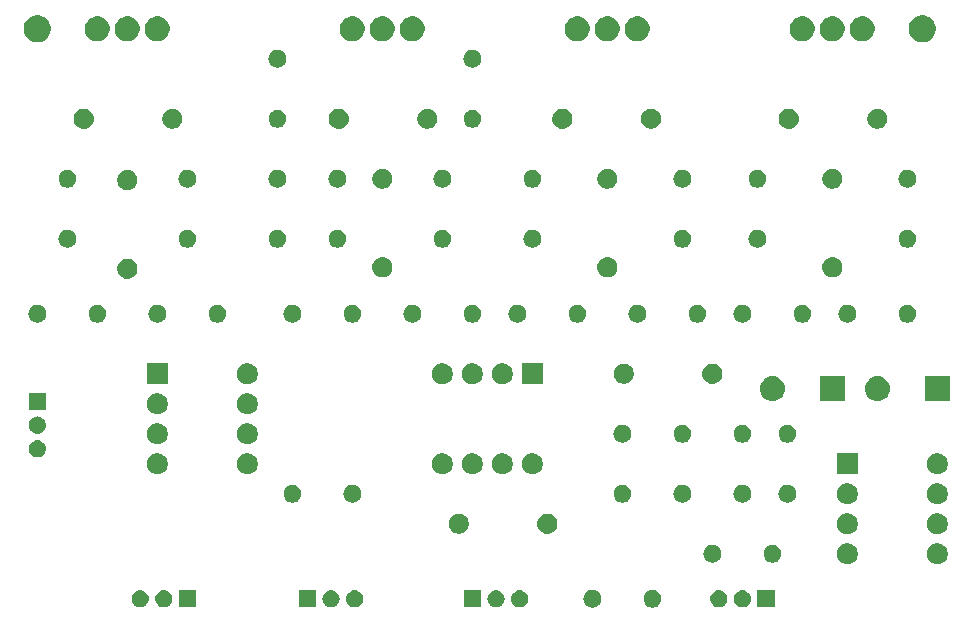
<source format=gbr>
G04 #@! TF.GenerationSoftware,KiCad,Pcbnew,(5.0.1-3-g963ef8bb5)*
G04 #@! TF.CreationDate,2019-03-07T12:24:47-08:00*
G04 #@! TF.ProjectId,Pre-amp,5072652D616D702E6B696361645F7063,rev?*
G04 #@! TF.SameCoordinates,Original*
G04 #@! TF.FileFunction,Soldermask,Bot*
G04 #@! TF.FilePolarity,Negative*
%FSLAX46Y46*%
G04 Gerber Fmt 4.6, Leading zero omitted, Abs format (unit mm)*
G04 Created by KiCad (PCBNEW (5.0.1-3-g963ef8bb5)) date Thursday, March 07, 2019 at 12:24:47 PM*
%MOMM*%
%LPD*%
G01*
G04 APERTURE LIST*
%ADD10C,0.100000*%
G04 APERTURE END LIST*
D10*
G36*
X138558600Y-98319867D02*
X138649059Y-98337860D01*
X138785732Y-98394472D01*
X138842715Y-98432547D01*
X138908738Y-98476662D01*
X139013338Y-98581262D01*
X139013340Y-98581265D01*
X139095528Y-98704268D01*
X139152140Y-98840941D01*
X139181000Y-98986033D01*
X139181000Y-99133967D01*
X139152140Y-99279059D01*
X139095528Y-99415732D01*
X139014446Y-99537079D01*
X139013338Y-99538738D01*
X138908738Y-99643338D01*
X138908735Y-99643340D01*
X138785732Y-99725528D01*
X138649059Y-99782140D01*
X138562004Y-99799456D01*
X138503969Y-99811000D01*
X138356031Y-99811000D01*
X138297996Y-99799456D01*
X138210941Y-99782140D01*
X138074268Y-99725528D01*
X137951265Y-99643340D01*
X137951262Y-99643338D01*
X137846662Y-99538738D01*
X137845554Y-99537079D01*
X137764472Y-99415732D01*
X137707860Y-99279059D01*
X137679000Y-99133967D01*
X137679000Y-98986033D01*
X137707860Y-98840941D01*
X137764472Y-98704268D01*
X137846660Y-98581265D01*
X137846662Y-98581262D01*
X137951262Y-98476662D01*
X138017285Y-98432547D01*
X138074268Y-98394472D01*
X138210941Y-98337860D01*
X138301400Y-98319867D01*
X138356031Y-98309000D01*
X138503969Y-98309000D01*
X138558600Y-98319867D01*
X138558600Y-98319867D01*
G37*
G36*
X133423665Y-98312622D02*
X133497222Y-98319867D01*
X133638786Y-98362810D01*
X133769252Y-98432546D01*
X133883606Y-98526394D01*
X133977454Y-98640748D01*
X134047190Y-98771214D01*
X134090133Y-98912778D01*
X134104633Y-99060000D01*
X134090133Y-99207222D01*
X134047190Y-99348786D01*
X133977454Y-99479252D01*
X133883606Y-99593606D01*
X133769252Y-99687454D01*
X133638786Y-99757190D01*
X133497222Y-99800133D01*
X133423665Y-99807378D01*
X133386888Y-99811000D01*
X133313112Y-99811000D01*
X133276335Y-99807378D01*
X133202778Y-99800133D01*
X133061214Y-99757190D01*
X132930748Y-99687454D01*
X132816394Y-99593606D01*
X132722546Y-99479252D01*
X132652810Y-99348786D01*
X132609867Y-99207222D01*
X132595367Y-99060000D01*
X132609867Y-98912778D01*
X132652810Y-98771214D01*
X132722546Y-98640748D01*
X132816394Y-98526394D01*
X132930748Y-98432546D01*
X133061214Y-98362810D01*
X133202778Y-98319867D01*
X133276335Y-98312622D01*
X133313112Y-98309000D01*
X133386888Y-98309000D01*
X133423665Y-98312622D01*
X133423665Y-98312622D01*
G37*
G36*
X144106991Y-98336101D02*
X144192321Y-98344505D01*
X144329172Y-98386019D01*
X144329174Y-98386020D01*
X144329177Y-98386021D01*
X144455296Y-98453432D01*
X144565843Y-98544157D01*
X144656568Y-98654704D01*
X144723979Y-98780823D01*
X144723980Y-98780826D01*
X144723981Y-98780828D01*
X144765495Y-98917679D01*
X144779512Y-99060000D01*
X144765495Y-99202321D01*
X144742216Y-99279059D01*
X144723979Y-99339177D01*
X144656568Y-99465296D01*
X144565843Y-99575843D01*
X144455296Y-99666568D01*
X144329177Y-99733979D01*
X144329174Y-99733980D01*
X144329172Y-99733981D01*
X144192321Y-99775495D01*
X144106991Y-99783899D01*
X144085660Y-99786000D01*
X144014340Y-99786000D01*
X143993009Y-99783899D01*
X143907679Y-99775495D01*
X143770828Y-99733981D01*
X143770826Y-99733980D01*
X143770823Y-99733979D01*
X143644704Y-99666568D01*
X143534157Y-99575843D01*
X143443432Y-99465296D01*
X143376021Y-99339177D01*
X143357784Y-99279059D01*
X143334505Y-99202321D01*
X143320488Y-99060000D01*
X143334505Y-98917679D01*
X143376019Y-98780828D01*
X143376020Y-98780826D01*
X143376021Y-98780823D01*
X143443432Y-98654704D01*
X143534157Y-98544157D01*
X143644704Y-98453432D01*
X143770823Y-98386021D01*
X143770826Y-98386020D01*
X143770828Y-98386019D01*
X143907679Y-98344505D01*
X143993009Y-98336101D01*
X144014340Y-98334000D01*
X144085660Y-98334000D01*
X144106991Y-98336101D01*
X144106991Y-98336101D01*
G37*
G36*
X127246991Y-98336101D02*
X127332321Y-98344505D01*
X127469172Y-98386019D01*
X127469174Y-98386020D01*
X127469177Y-98386021D01*
X127595296Y-98453432D01*
X127705843Y-98544157D01*
X127796568Y-98654704D01*
X127863979Y-98780823D01*
X127863980Y-98780826D01*
X127863981Y-98780828D01*
X127905495Y-98917679D01*
X127919512Y-99060000D01*
X127905495Y-99202321D01*
X127882216Y-99279059D01*
X127863979Y-99339177D01*
X127796568Y-99465296D01*
X127705843Y-99575843D01*
X127595296Y-99666568D01*
X127469177Y-99733979D01*
X127469174Y-99733980D01*
X127469172Y-99733981D01*
X127332321Y-99775495D01*
X127246991Y-99783899D01*
X127225660Y-99786000D01*
X127154340Y-99786000D01*
X127133009Y-99783899D01*
X127047679Y-99775495D01*
X126910828Y-99733981D01*
X126910826Y-99733980D01*
X126910823Y-99733979D01*
X126784704Y-99666568D01*
X126674157Y-99575843D01*
X126583432Y-99465296D01*
X126516021Y-99339177D01*
X126497784Y-99279059D01*
X126474505Y-99202321D01*
X126460488Y-99060000D01*
X126474505Y-98917679D01*
X126516019Y-98780828D01*
X126516020Y-98780826D01*
X126516021Y-98780823D01*
X126583432Y-98654704D01*
X126674157Y-98544157D01*
X126784704Y-98453432D01*
X126910823Y-98386021D01*
X126910826Y-98386020D01*
X126910828Y-98386019D01*
X127047679Y-98344505D01*
X127133009Y-98336101D01*
X127154340Y-98334000D01*
X127225660Y-98334000D01*
X127246991Y-98336101D01*
X127246991Y-98336101D01*
G37*
G36*
X125246991Y-98336101D02*
X125332321Y-98344505D01*
X125469172Y-98386019D01*
X125469174Y-98386020D01*
X125469177Y-98386021D01*
X125595296Y-98453432D01*
X125705843Y-98544157D01*
X125796568Y-98654704D01*
X125863979Y-98780823D01*
X125863980Y-98780826D01*
X125863981Y-98780828D01*
X125905495Y-98917679D01*
X125919512Y-99060000D01*
X125905495Y-99202321D01*
X125882216Y-99279059D01*
X125863979Y-99339177D01*
X125796568Y-99465296D01*
X125705843Y-99575843D01*
X125595296Y-99666568D01*
X125469177Y-99733979D01*
X125469174Y-99733980D01*
X125469172Y-99733981D01*
X125332321Y-99775495D01*
X125246991Y-99783899D01*
X125225660Y-99786000D01*
X125154340Y-99786000D01*
X125133009Y-99783899D01*
X125047679Y-99775495D01*
X124910828Y-99733981D01*
X124910826Y-99733980D01*
X124910823Y-99733979D01*
X124784704Y-99666568D01*
X124674157Y-99575843D01*
X124583432Y-99465296D01*
X124516021Y-99339177D01*
X124497784Y-99279059D01*
X124474505Y-99202321D01*
X124460488Y-99060000D01*
X124474505Y-98917679D01*
X124516019Y-98780828D01*
X124516020Y-98780826D01*
X124516021Y-98780823D01*
X124583432Y-98654704D01*
X124674157Y-98544157D01*
X124784704Y-98453432D01*
X124910823Y-98386021D01*
X124910826Y-98386020D01*
X124910828Y-98386019D01*
X125047679Y-98344505D01*
X125133009Y-98336101D01*
X125154340Y-98334000D01*
X125225660Y-98334000D01*
X125246991Y-98336101D01*
X125246991Y-98336101D01*
G37*
G36*
X123916000Y-99786000D02*
X122464000Y-99786000D01*
X122464000Y-98334000D01*
X123916000Y-98334000D01*
X123916000Y-99786000D01*
X123916000Y-99786000D01*
G37*
G36*
X113276991Y-98336101D02*
X113362321Y-98344505D01*
X113499172Y-98386019D01*
X113499174Y-98386020D01*
X113499177Y-98386021D01*
X113625296Y-98453432D01*
X113735843Y-98544157D01*
X113826568Y-98654704D01*
X113893979Y-98780823D01*
X113893980Y-98780826D01*
X113893981Y-98780828D01*
X113935495Y-98917679D01*
X113949512Y-99060000D01*
X113935495Y-99202321D01*
X113912216Y-99279059D01*
X113893979Y-99339177D01*
X113826568Y-99465296D01*
X113735843Y-99575843D01*
X113625296Y-99666568D01*
X113499177Y-99733979D01*
X113499174Y-99733980D01*
X113499172Y-99733981D01*
X113362321Y-99775495D01*
X113276991Y-99783899D01*
X113255660Y-99786000D01*
X113184340Y-99786000D01*
X113163009Y-99783899D01*
X113077679Y-99775495D01*
X112940828Y-99733981D01*
X112940826Y-99733980D01*
X112940823Y-99733979D01*
X112814704Y-99666568D01*
X112704157Y-99575843D01*
X112613432Y-99465296D01*
X112546021Y-99339177D01*
X112527784Y-99279059D01*
X112504505Y-99202321D01*
X112490488Y-99060000D01*
X112504505Y-98917679D01*
X112546019Y-98780828D01*
X112546020Y-98780826D01*
X112546021Y-98780823D01*
X112613432Y-98654704D01*
X112704157Y-98544157D01*
X112814704Y-98453432D01*
X112940823Y-98386021D01*
X112940826Y-98386020D01*
X112940828Y-98386019D01*
X113077679Y-98344505D01*
X113163009Y-98336101D01*
X113184340Y-98334000D01*
X113255660Y-98334000D01*
X113276991Y-98336101D01*
X113276991Y-98336101D01*
G37*
G36*
X111276991Y-98336101D02*
X111362321Y-98344505D01*
X111499172Y-98386019D01*
X111499174Y-98386020D01*
X111499177Y-98386021D01*
X111625296Y-98453432D01*
X111735843Y-98544157D01*
X111826568Y-98654704D01*
X111893979Y-98780823D01*
X111893980Y-98780826D01*
X111893981Y-98780828D01*
X111935495Y-98917679D01*
X111949512Y-99060000D01*
X111935495Y-99202321D01*
X111912216Y-99279059D01*
X111893979Y-99339177D01*
X111826568Y-99465296D01*
X111735843Y-99575843D01*
X111625296Y-99666568D01*
X111499177Y-99733979D01*
X111499174Y-99733980D01*
X111499172Y-99733981D01*
X111362321Y-99775495D01*
X111276991Y-99783899D01*
X111255660Y-99786000D01*
X111184340Y-99786000D01*
X111163009Y-99783899D01*
X111077679Y-99775495D01*
X110940828Y-99733981D01*
X110940826Y-99733980D01*
X110940823Y-99733979D01*
X110814704Y-99666568D01*
X110704157Y-99575843D01*
X110613432Y-99465296D01*
X110546021Y-99339177D01*
X110527784Y-99279059D01*
X110504505Y-99202321D01*
X110490488Y-99060000D01*
X110504505Y-98917679D01*
X110546019Y-98780828D01*
X110546020Y-98780826D01*
X110546021Y-98780823D01*
X110613432Y-98654704D01*
X110704157Y-98544157D01*
X110814704Y-98453432D01*
X110940823Y-98386021D01*
X110940826Y-98386020D01*
X110940828Y-98386019D01*
X111077679Y-98344505D01*
X111163009Y-98336101D01*
X111184340Y-98334000D01*
X111255660Y-98334000D01*
X111276991Y-98336101D01*
X111276991Y-98336101D01*
G37*
G36*
X109946000Y-99786000D02*
X108494000Y-99786000D01*
X108494000Y-98334000D01*
X109946000Y-98334000D01*
X109946000Y-99786000D01*
X109946000Y-99786000D01*
G37*
G36*
X99786000Y-99786000D02*
X98334000Y-99786000D01*
X98334000Y-98334000D01*
X99786000Y-98334000D01*
X99786000Y-99786000D01*
X99786000Y-99786000D01*
G37*
G36*
X97116991Y-98336101D02*
X97202321Y-98344505D01*
X97339172Y-98386019D01*
X97339174Y-98386020D01*
X97339177Y-98386021D01*
X97465296Y-98453432D01*
X97575843Y-98544157D01*
X97666568Y-98654704D01*
X97733979Y-98780823D01*
X97733980Y-98780826D01*
X97733981Y-98780828D01*
X97775495Y-98917679D01*
X97789512Y-99060000D01*
X97775495Y-99202321D01*
X97752216Y-99279059D01*
X97733979Y-99339177D01*
X97666568Y-99465296D01*
X97575843Y-99575843D01*
X97465296Y-99666568D01*
X97339177Y-99733979D01*
X97339174Y-99733980D01*
X97339172Y-99733981D01*
X97202321Y-99775495D01*
X97116991Y-99783899D01*
X97095660Y-99786000D01*
X97024340Y-99786000D01*
X97003009Y-99783899D01*
X96917679Y-99775495D01*
X96780828Y-99733981D01*
X96780826Y-99733980D01*
X96780823Y-99733979D01*
X96654704Y-99666568D01*
X96544157Y-99575843D01*
X96453432Y-99465296D01*
X96386021Y-99339177D01*
X96367784Y-99279059D01*
X96344505Y-99202321D01*
X96330488Y-99060000D01*
X96344505Y-98917679D01*
X96386019Y-98780828D01*
X96386020Y-98780826D01*
X96386021Y-98780823D01*
X96453432Y-98654704D01*
X96544157Y-98544157D01*
X96654704Y-98453432D01*
X96780823Y-98386021D01*
X96780826Y-98386020D01*
X96780828Y-98386019D01*
X96917679Y-98344505D01*
X97003009Y-98336101D01*
X97024340Y-98334000D01*
X97095660Y-98334000D01*
X97116991Y-98336101D01*
X97116991Y-98336101D01*
G37*
G36*
X95116991Y-98336101D02*
X95202321Y-98344505D01*
X95339172Y-98386019D01*
X95339174Y-98386020D01*
X95339177Y-98386021D01*
X95465296Y-98453432D01*
X95575843Y-98544157D01*
X95666568Y-98654704D01*
X95733979Y-98780823D01*
X95733980Y-98780826D01*
X95733981Y-98780828D01*
X95775495Y-98917679D01*
X95789512Y-99060000D01*
X95775495Y-99202321D01*
X95752216Y-99279059D01*
X95733979Y-99339177D01*
X95666568Y-99465296D01*
X95575843Y-99575843D01*
X95465296Y-99666568D01*
X95339177Y-99733979D01*
X95339174Y-99733980D01*
X95339172Y-99733981D01*
X95202321Y-99775495D01*
X95116991Y-99783899D01*
X95095660Y-99786000D01*
X95024340Y-99786000D01*
X95003009Y-99783899D01*
X94917679Y-99775495D01*
X94780828Y-99733981D01*
X94780826Y-99733980D01*
X94780823Y-99733979D01*
X94654704Y-99666568D01*
X94544157Y-99575843D01*
X94453432Y-99465296D01*
X94386021Y-99339177D01*
X94367784Y-99279059D01*
X94344505Y-99202321D01*
X94330488Y-99060000D01*
X94344505Y-98917679D01*
X94386019Y-98780828D01*
X94386020Y-98780826D01*
X94386021Y-98780823D01*
X94453432Y-98654704D01*
X94544157Y-98544157D01*
X94654704Y-98453432D01*
X94780823Y-98386021D01*
X94780826Y-98386020D01*
X94780828Y-98386019D01*
X94917679Y-98344505D01*
X95003009Y-98336101D01*
X95024340Y-98334000D01*
X95095660Y-98334000D01*
X95116991Y-98336101D01*
X95116991Y-98336101D01*
G37*
G36*
X146106991Y-98336101D02*
X146192321Y-98344505D01*
X146329172Y-98386019D01*
X146329174Y-98386020D01*
X146329177Y-98386021D01*
X146455296Y-98453432D01*
X146565843Y-98544157D01*
X146656568Y-98654704D01*
X146723979Y-98780823D01*
X146723980Y-98780826D01*
X146723981Y-98780828D01*
X146765495Y-98917679D01*
X146779512Y-99060000D01*
X146765495Y-99202321D01*
X146742216Y-99279059D01*
X146723979Y-99339177D01*
X146656568Y-99465296D01*
X146565843Y-99575843D01*
X146455296Y-99666568D01*
X146329177Y-99733979D01*
X146329174Y-99733980D01*
X146329172Y-99733981D01*
X146192321Y-99775495D01*
X146106991Y-99783899D01*
X146085660Y-99786000D01*
X146014340Y-99786000D01*
X145993009Y-99783899D01*
X145907679Y-99775495D01*
X145770828Y-99733981D01*
X145770826Y-99733980D01*
X145770823Y-99733979D01*
X145644704Y-99666568D01*
X145534157Y-99575843D01*
X145443432Y-99465296D01*
X145376021Y-99339177D01*
X145357784Y-99279059D01*
X145334505Y-99202321D01*
X145320488Y-99060000D01*
X145334505Y-98917679D01*
X145376019Y-98780828D01*
X145376020Y-98780826D01*
X145376021Y-98780823D01*
X145443432Y-98654704D01*
X145534157Y-98544157D01*
X145644704Y-98453432D01*
X145770823Y-98386021D01*
X145770826Y-98386020D01*
X145770828Y-98386019D01*
X145907679Y-98344505D01*
X145993009Y-98336101D01*
X146014340Y-98334000D01*
X146085660Y-98334000D01*
X146106991Y-98336101D01*
X146106991Y-98336101D01*
G37*
G36*
X148776000Y-99786000D02*
X147324000Y-99786000D01*
X147324000Y-98334000D01*
X148776000Y-98334000D01*
X148776000Y-99786000D01*
X148776000Y-99786000D01*
G37*
G36*
X162819367Y-94394971D02*
X162819369Y-94394972D01*
X162819370Y-94394972D01*
X162879147Y-94419732D01*
X162981195Y-94462002D01*
X163126835Y-94559316D01*
X163250684Y-94683165D01*
X163347998Y-94828805D01*
X163415029Y-94990633D01*
X163449200Y-95162420D01*
X163449200Y-95337580D01*
X163415029Y-95509367D01*
X163347998Y-95671195D01*
X163250684Y-95816835D01*
X163126835Y-95940684D01*
X162981195Y-96037998D01*
X162879147Y-96080268D01*
X162819370Y-96105028D01*
X162819369Y-96105028D01*
X162819367Y-96105029D01*
X162647580Y-96139200D01*
X162472420Y-96139200D01*
X162300633Y-96105029D01*
X162300631Y-96105028D01*
X162300630Y-96105028D01*
X162240853Y-96080268D01*
X162138805Y-96037998D01*
X161993165Y-95940684D01*
X161869316Y-95816835D01*
X161772002Y-95671195D01*
X161704971Y-95509367D01*
X161670800Y-95337580D01*
X161670800Y-95162420D01*
X161704971Y-94990633D01*
X161772002Y-94828805D01*
X161869316Y-94683165D01*
X161993165Y-94559316D01*
X162138805Y-94462002D01*
X162240853Y-94419732D01*
X162300630Y-94394972D01*
X162300631Y-94394972D01*
X162300633Y-94394971D01*
X162472420Y-94360800D01*
X162647580Y-94360800D01*
X162819367Y-94394971D01*
X162819367Y-94394971D01*
G37*
G36*
X155199367Y-94394971D02*
X155199369Y-94394972D01*
X155199370Y-94394972D01*
X155259147Y-94419732D01*
X155361195Y-94462002D01*
X155506835Y-94559316D01*
X155630684Y-94683165D01*
X155727998Y-94828805D01*
X155795029Y-94990633D01*
X155829200Y-95162420D01*
X155829200Y-95337580D01*
X155795029Y-95509367D01*
X155727998Y-95671195D01*
X155630684Y-95816835D01*
X155506835Y-95940684D01*
X155361195Y-96037998D01*
X155259147Y-96080268D01*
X155199370Y-96105028D01*
X155199369Y-96105028D01*
X155199367Y-96105029D01*
X155027580Y-96139200D01*
X154852420Y-96139200D01*
X154680633Y-96105029D01*
X154680631Y-96105028D01*
X154680630Y-96105028D01*
X154620853Y-96080268D01*
X154518805Y-96037998D01*
X154373165Y-95940684D01*
X154249316Y-95816835D01*
X154152002Y-95671195D01*
X154084971Y-95509367D01*
X154050800Y-95337580D01*
X154050800Y-95162420D01*
X154084971Y-94990633D01*
X154152002Y-94828805D01*
X154249316Y-94683165D01*
X154373165Y-94559316D01*
X154518805Y-94462002D01*
X154620853Y-94419732D01*
X154680630Y-94394972D01*
X154680631Y-94394972D01*
X154680633Y-94394971D01*
X154852420Y-94360800D01*
X155027580Y-94360800D01*
X155199367Y-94394971D01*
X155199367Y-94394971D01*
G37*
G36*
X148718600Y-94509867D02*
X148809059Y-94527860D01*
X148945732Y-94584472D01*
X149002715Y-94622547D01*
X149068738Y-94666662D01*
X149173338Y-94771262D01*
X149173340Y-94771265D01*
X149255528Y-94894268D01*
X149312140Y-95030941D01*
X149326429Y-95102778D01*
X149341000Y-95176031D01*
X149341000Y-95323969D01*
X149329456Y-95382004D01*
X149312140Y-95469059D01*
X149255528Y-95605732D01*
X149211788Y-95671194D01*
X149173338Y-95728738D01*
X149068738Y-95833338D01*
X149068735Y-95833340D01*
X148945732Y-95915528D01*
X148809059Y-95972140D01*
X148722004Y-95989456D01*
X148663969Y-96001000D01*
X148516031Y-96001000D01*
X148457996Y-95989456D01*
X148370941Y-95972140D01*
X148234268Y-95915528D01*
X148111265Y-95833340D01*
X148111262Y-95833338D01*
X148006662Y-95728738D01*
X147968212Y-95671194D01*
X147924472Y-95605732D01*
X147867860Y-95469059D01*
X147850544Y-95382004D01*
X147839000Y-95323969D01*
X147839000Y-95176031D01*
X147853571Y-95102778D01*
X147867860Y-95030941D01*
X147924472Y-94894268D01*
X148006660Y-94771265D01*
X148006662Y-94771262D01*
X148111262Y-94666662D01*
X148177285Y-94622547D01*
X148234268Y-94584472D01*
X148370941Y-94527860D01*
X148461400Y-94509867D01*
X148516031Y-94499000D01*
X148663969Y-94499000D01*
X148718600Y-94509867D01*
X148718600Y-94509867D01*
G37*
G36*
X143583665Y-94502622D02*
X143657222Y-94509867D01*
X143798786Y-94552810D01*
X143929252Y-94622546D01*
X144043606Y-94716394D01*
X144137454Y-94830748D01*
X144207190Y-94961214D01*
X144250133Y-95102778D01*
X144264633Y-95250000D01*
X144250133Y-95397222D01*
X144207190Y-95538786D01*
X144137454Y-95669252D01*
X144043606Y-95783606D01*
X143929252Y-95877454D01*
X143798786Y-95947190D01*
X143657222Y-95990133D01*
X143583665Y-95997378D01*
X143546888Y-96001000D01*
X143473112Y-96001000D01*
X143436335Y-95997378D01*
X143362778Y-95990133D01*
X143221214Y-95947190D01*
X143090748Y-95877454D01*
X142976394Y-95783606D01*
X142882546Y-95669252D01*
X142812810Y-95538786D01*
X142769867Y-95397222D01*
X142755367Y-95250000D01*
X142769867Y-95102778D01*
X142812810Y-94961214D01*
X142882546Y-94830748D01*
X142976394Y-94716394D01*
X143090748Y-94622546D01*
X143221214Y-94552810D01*
X143362778Y-94509867D01*
X143436335Y-94502622D01*
X143473112Y-94499000D01*
X143546888Y-94499000D01*
X143583665Y-94502622D01*
X143583665Y-94502622D01*
G37*
G36*
X162819367Y-91854971D02*
X162819369Y-91854972D01*
X162819370Y-91854972D01*
X162829094Y-91859000D01*
X162981195Y-91922002D01*
X163126835Y-92019316D01*
X163250684Y-92143165D01*
X163347998Y-92288805D01*
X163415029Y-92450633D01*
X163449200Y-92622420D01*
X163449200Y-92797580D01*
X163415029Y-92969367D01*
X163347998Y-93131195D01*
X163250684Y-93276835D01*
X163126835Y-93400684D01*
X162981195Y-93497998D01*
X162908046Y-93528297D01*
X162819370Y-93565028D01*
X162819369Y-93565028D01*
X162819367Y-93565029D01*
X162647580Y-93599200D01*
X162472420Y-93599200D01*
X162300633Y-93565029D01*
X162300631Y-93565028D01*
X162300630Y-93565028D01*
X162211954Y-93528297D01*
X162138805Y-93497998D01*
X161993165Y-93400684D01*
X161869316Y-93276835D01*
X161772002Y-93131195D01*
X161704971Y-92969367D01*
X161670800Y-92797580D01*
X161670800Y-92622420D01*
X161704971Y-92450633D01*
X161772002Y-92288805D01*
X161869316Y-92143165D01*
X161993165Y-92019316D01*
X162138805Y-91922002D01*
X162290906Y-91859000D01*
X162300630Y-91854972D01*
X162300631Y-91854972D01*
X162300633Y-91854971D01*
X162472420Y-91820800D01*
X162647580Y-91820800D01*
X162819367Y-91854971D01*
X162819367Y-91854971D01*
G37*
G36*
X155199367Y-91854971D02*
X155199369Y-91854972D01*
X155199370Y-91854972D01*
X155209094Y-91859000D01*
X155361195Y-91922002D01*
X155506835Y-92019316D01*
X155630684Y-92143165D01*
X155727998Y-92288805D01*
X155795029Y-92450633D01*
X155829200Y-92622420D01*
X155829200Y-92797580D01*
X155795029Y-92969367D01*
X155727998Y-93131195D01*
X155630684Y-93276835D01*
X155506835Y-93400684D01*
X155361195Y-93497998D01*
X155288046Y-93528297D01*
X155199370Y-93565028D01*
X155199369Y-93565028D01*
X155199367Y-93565029D01*
X155027580Y-93599200D01*
X154852420Y-93599200D01*
X154680633Y-93565029D01*
X154680631Y-93565028D01*
X154680630Y-93565028D01*
X154591954Y-93528297D01*
X154518805Y-93497998D01*
X154373165Y-93400684D01*
X154249316Y-93276835D01*
X154152002Y-93131195D01*
X154084971Y-92969367D01*
X154050800Y-92797580D01*
X154050800Y-92622420D01*
X154084971Y-92450633D01*
X154152002Y-92288805D01*
X154249316Y-92143165D01*
X154373165Y-92019316D01*
X154518805Y-91922002D01*
X154670906Y-91859000D01*
X154680630Y-91854972D01*
X154680631Y-91854972D01*
X154680633Y-91854971D01*
X154852420Y-91820800D01*
X155027580Y-91820800D01*
X155199367Y-91854971D01*
X155199367Y-91854971D01*
G37*
G36*
X129706821Y-91871313D02*
X129706824Y-91871314D01*
X129706825Y-91871314D01*
X129867239Y-91919975D01*
X129867241Y-91919976D01*
X129867244Y-91919977D01*
X130015078Y-91998995D01*
X130144659Y-92105341D01*
X130251005Y-92234922D01*
X130330023Y-92382756D01*
X130330024Y-92382759D01*
X130330025Y-92382761D01*
X130378686Y-92543175D01*
X130378687Y-92543179D01*
X130395117Y-92710000D01*
X130378687Y-92876821D01*
X130378686Y-92876824D01*
X130378686Y-92876825D01*
X130350613Y-92969370D01*
X130330023Y-93037244D01*
X130251005Y-93185078D01*
X130144659Y-93314659D01*
X130015078Y-93421005D01*
X129867244Y-93500023D01*
X129867241Y-93500024D01*
X129867239Y-93500025D01*
X129706825Y-93548686D01*
X129706824Y-93548686D01*
X129706821Y-93548687D01*
X129581804Y-93561000D01*
X129498196Y-93561000D01*
X129373179Y-93548687D01*
X129373176Y-93548686D01*
X129373175Y-93548686D01*
X129212761Y-93500025D01*
X129212759Y-93500024D01*
X129212756Y-93500023D01*
X129064922Y-93421005D01*
X128935341Y-93314659D01*
X128828995Y-93185078D01*
X128749977Y-93037244D01*
X128729388Y-92969370D01*
X128701314Y-92876825D01*
X128701314Y-92876824D01*
X128701313Y-92876821D01*
X128684883Y-92710000D01*
X128701313Y-92543179D01*
X128701314Y-92543175D01*
X128749975Y-92382761D01*
X128749976Y-92382759D01*
X128749977Y-92382756D01*
X128828995Y-92234922D01*
X128935341Y-92105341D01*
X129064922Y-91998995D01*
X129212756Y-91919977D01*
X129212759Y-91919976D01*
X129212761Y-91919975D01*
X129373175Y-91871314D01*
X129373176Y-91871314D01*
X129373179Y-91871313D01*
X129498196Y-91859000D01*
X129581804Y-91859000D01*
X129706821Y-91871313D01*
X129706821Y-91871313D01*
G37*
G36*
X122288228Y-91891703D02*
X122443100Y-91955853D01*
X122582481Y-92048985D01*
X122701015Y-92167519D01*
X122794147Y-92306900D01*
X122858297Y-92461772D01*
X122891000Y-92626184D01*
X122891000Y-92793816D01*
X122858297Y-92958228D01*
X122794147Y-93113100D01*
X122701015Y-93252481D01*
X122582481Y-93371015D01*
X122443100Y-93464147D01*
X122288228Y-93528297D01*
X122123816Y-93561000D01*
X121956184Y-93561000D01*
X121791772Y-93528297D01*
X121636900Y-93464147D01*
X121497519Y-93371015D01*
X121378985Y-93252481D01*
X121285853Y-93113100D01*
X121221703Y-92958228D01*
X121189000Y-92793816D01*
X121189000Y-92626184D01*
X121221703Y-92461772D01*
X121285853Y-92306900D01*
X121378985Y-92167519D01*
X121497519Y-92048985D01*
X121636900Y-91955853D01*
X121791772Y-91891703D01*
X121956184Y-91859000D01*
X122123816Y-91859000D01*
X122288228Y-91891703D01*
X122288228Y-91891703D01*
G37*
G36*
X162819367Y-89314971D02*
X162819369Y-89314972D01*
X162819370Y-89314972D01*
X162879147Y-89339732D01*
X162981195Y-89382002D01*
X163126835Y-89479316D01*
X163250684Y-89603165D01*
X163347998Y-89748805D01*
X163415029Y-89910633D01*
X163449200Y-90082420D01*
X163449200Y-90257580D01*
X163415029Y-90429367D01*
X163347998Y-90591195D01*
X163250684Y-90736835D01*
X163126835Y-90860684D01*
X162981195Y-90957998D01*
X162879147Y-91000268D01*
X162819370Y-91025028D01*
X162819369Y-91025028D01*
X162819367Y-91025029D01*
X162647580Y-91059200D01*
X162472420Y-91059200D01*
X162300633Y-91025029D01*
X162300631Y-91025028D01*
X162300630Y-91025028D01*
X162240853Y-91000268D01*
X162138805Y-90957998D01*
X161993165Y-90860684D01*
X161869316Y-90736835D01*
X161772002Y-90591195D01*
X161704971Y-90429367D01*
X161670800Y-90257580D01*
X161670800Y-90082420D01*
X161704971Y-89910633D01*
X161772002Y-89748805D01*
X161869316Y-89603165D01*
X161993165Y-89479316D01*
X162138805Y-89382002D01*
X162240853Y-89339732D01*
X162300630Y-89314972D01*
X162300631Y-89314972D01*
X162300633Y-89314971D01*
X162472420Y-89280800D01*
X162647580Y-89280800D01*
X162819367Y-89314971D01*
X162819367Y-89314971D01*
G37*
G36*
X155199367Y-89314971D02*
X155199369Y-89314972D01*
X155199370Y-89314972D01*
X155259147Y-89339732D01*
X155361195Y-89382002D01*
X155506835Y-89479316D01*
X155630684Y-89603165D01*
X155727998Y-89748805D01*
X155795029Y-89910633D01*
X155829200Y-90082420D01*
X155829200Y-90257580D01*
X155795029Y-90429367D01*
X155727998Y-90591195D01*
X155630684Y-90736835D01*
X155506835Y-90860684D01*
X155361195Y-90957998D01*
X155259147Y-91000268D01*
X155199370Y-91025028D01*
X155199369Y-91025028D01*
X155199367Y-91025029D01*
X155027580Y-91059200D01*
X154852420Y-91059200D01*
X154680633Y-91025029D01*
X154680631Y-91025028D01*
X154680630Y-91025028D01*
X154620853Y-91000268D01*
X154518805Y-90957998D01*
X154373165Y-90860684D01*
X154249316Y-90736835D01*
X154152002Y-90591195D01*
X154084971Y-90429367D01*
X154050800Y-90257580D01*
X154050800Y-90082420D01*
X154084971Y-89910633D01*
X154152002Y-89748805D01*
X154249316Y-89603165D01*
X154373165Y-89479316D01*
X154518805Y-89382002D01*
X154620853Y-89339732D01*
X154680630Y-89314972D01*
X154680631Y-89314972D01*
X154680633Y-89314971D01*
X154852420Y-89280800D01*
X155027580Y-89280800D01*
X155199367Y-89314971D01*
X155199367Y-89314971D01*
G37*
G36*
X108078600Y-89429867D02*
X108169059Y-89447860D01*
X108305732Y-89504472D01*
X108362715Y-89542547D01*
X108428738Y-89586662D01*
X108533338Y-89691262D01*
X108533340Y-89691265D01*
X108615528Y-89814268D01*
X108672140Y-89950941D01*
X108686429Y-90022778D01*
X108701000Y-90096031D01*
X108701000Y-90243969D01*
X108689456Y-90302004D01*
X108672140Y-90389059D01*
X108615528Y-90525732D01*
X108571788Y-90591194D01*
X108533338Y-90648738D01*
X108428738Y-90753338D01*
X108428735Y-90753340D01*
X108305732Y-90835528D01*
X108169059Y-90892140D01*
X108082004Y-90909456D01*
X108023969Y-90921000D01*
X107876031Y-90921000D01*
X107817996Y-90909456D01*
X107730941Y-90892140D01*
X107594268Y-90835528D01*
X107471265Y-90753340D01*
X107471262Y-90753338D01*
X107366662Y-90648738D01*
X107328212Y-90591194D01*
X107284472Y-90525732D01*
X107227860Y-90389059D01*
X107210544Y-90302004D01*
X107199000Y-90243969D01*
X107199000Y-90096031D01*
X107213571Y-90022778D01*
X107227860Y-89950941D01*
X107284472Y-89814268D01*
X107366660Y-89691265D01*
X107366662Y-89691262D01*
X107471262Y-89586662D01*
X107537285Y-89542547D01*
X107594268Y-89504472D01*
X107730941Y-89447860D01*
X107821400Y-89429867D01*
X107876031Y-89419000D01*
X108023969Y-89419000D01*
X108078600Y-89429867D01*
X108078600Y-89429867D01*
G37*
G36*
X136018600Y-89429867D02*
X136109059Y-89447860D01*
X136245732Y-89504472D01*
X136302715Y-89542547D01*
X136368738Y-89586662D01*
X136473338Y-89691262D01*
X136473340Y-89691265D01*
X136555528Y-89814268D01*
X136612140Y-89950941D01*
X136626429Y-90022778D01*
X136641000Y-90096031D01*
X136641000Y-90243969D01*
X136629456Y-90302004D01*
X136612140Y-90389059D01*
X136555528Y-90525732D01*
X136511788Y-90591194D01*
X136473338Y-90648738D01*
X136368738Y-90753338D01*
X136368735Y-90753340D01*
X136245732Y-90835528D01*
X136109059Y-90892140D01*
X136022004Y-90909456D01*
X135963969Y-90921000D01*
X135816031Y-90921000D01*
X135757996Y-90909456D01*
X135670941Y-90892140D01*
X135534268Y-90835528D01*
X135411265Y-90753340D01*
X135411262Y-90753338D01*
X135306662Y-90648738D01*
X135268212Y-90591194D01*
X135224472Y-90525732D01*
X135167860Y-90389059D01*
X135150544Y-90302004D01*
X135139000Y-90243969D01*
X135139000Y-90096031D01*
X135153571Y-90022778D01*
X135167860Y-89950941D01*
X135224472Y-89814268D01*
X135306660Y-89691265D01*
X135306662Y-89691262D01*
X135411262Y-89586662D01*
X135477285Y-89542547D01*
X135534268Y-89504472D01*
X135670941Y-89447860D01*
X135761400Y-89429867D01*
X135816031Y-89419000D01*
X135963969Y-89419000D01*
X136018600Y-89429867D01*
X136018600Y-89429867D01*
G37*
G36*
X113103665Y-89422622D02*
X113177222Y-89429867D01*
X113318786Y-89472810D01*
X113449252Y-89542546D01*
X113563606Y-89636394D01*
X113657454Y-89750748D01*
X113727190Y-89881214D01*
X113770133Y-90022778D01*
X113784633Y-90170000D01*
X113770133Y-90317222D01*
X113727190Y-90458786D01*
X113657454Y-90589252D01*
X113563606Y-90703606D01*
X113449252Y-90797454D01*
X113318786Y-90867190D01*
X113177222Y-90910133D01*
X113103665Y-90917378D01*
X113066888Y-90921000D01*
X112993112Y-90921000D01*
X112956335Y-90917378D01*
X112882778Y-90910133D01*
X112741214Y-90867190D01*
X112610748Y-90797454D01*
X112496394Y-90703606D01*
X112402546Y-90589252D01*
X112332810Y-90458786D01*
X112289867Y-90317222D01*
X112275367Y-90170000D01*
X112289867Y-90022778D01*
X112332810Y-89881214D01*
X112402546Y-89750748D01*
X112496394Y-89636394D01*
X112610748Y-89542546D01*
X112741214Y-89472810D01*
X112882778Y-89429867D01*
X112956335Y-89422622D01*
X112993112Y-89419000D01*
X113066888Y-89419000D01*
X113103665Y-89422622D01*
X113103665Y-89422622D01*
G37*
G36*
X146123665Y-89422622D02*
X146197222Y-89429867D01*
X146338786Y-89472810D01*
X146469252Y-89542546D01*
X146583606Y-89636394D01*
X146677454Y-89750748D01*
X146747190Y-89881214D01*
X146790133Y-90022778D01*
X146804633Y-90170000D01*
X146790133Y-90317222D01*
X146747190Y-90458786D01*
X146677454Y-90589252D01*
X146583606Y-90703606D01*
X146469252Y-90797454D01*
X146338786Y-90867190D01*
X146197222Y-90910133D01*
X146123665Y-90917378D01*
X146086888Y-90921000D01*
X146013112Y-90921000D01*
X145976335Y-90917378D01*
X145902778Y-90910133D01*
X145761214Y-90867190D01*
X145630748Y-90797454D01*
X145516394Y-90703606D01*
X145422546Y-90589252D01*
X145352810Y-90458786D01*
X145309867Y-90317222D01*
X145295367Y-90170000D01*
X145309867Y-90022778D01*
X145352810Y-89881214D01*
X145422546Y-89750748D01*
X145516394Y-89636394D01*
X145630748Y-89542546D01*
X145761214Y-89472810D01*
X145902778Y-89429867D01*
X145976335Y-89422622D01*
X146013112Y-89419000D01*
X146086888Y-89419000D01*
X146123665Y-89422622D01*
X146123665Y-89422622D01*
G37*
G36*
X149933665Y-89422622D02*
X150007222Y-89429867D01*
X150148786Y-89472810D01*
X150279252Y-89542546D01*
X150393606Y-89636394D01*
X150487454Y-89750748D01*
X150557190Y-89881214D01*
X150600133Y-90022778D01*
X150614633Y-90170000D01*
X150600133Y-90317222D01*
X150557190Y-90458786D01*
X150487454Y-90589252D01*
X150393606Y-90703606D01*
X150279252Y-90797454D01*
X150148786Y-90867190D01*
X150007222Y-90910133D01*
X149933665Y-90917378D01*
X149896888Y-90921000D01*
X149823112Y-90921000D01*
X149786335Y-90917378D01*
X149712778Y-90910133D01*
X149571214Y-90867190D01*
X149440748Y-90797454D01*
X149326394Y-90703606D01*
X149232546Y-90589252D01*
X149162810Y-90458786D01*
X149119867Y-90317222D01*
X149105367Y-90170000D01*
X149119867Y-90022778D01*
X149162810Y-89881214D01*
X149232546Y-89750748D01*
X149326394Y-89636394D01*
X149440748Y-89542546D01*
X149571214Y-89472810D01*
X149712778Y-89429867D01*
X149786335Y-89422622D01*
X149823112Y-89419000D01*
X149896888Y-89419000D01*
X149933665Y-89422622D01*
X149933665Y-89422622D01*
G37*
G36*
X141043665Y-89422622D02*
X141117222Y-89429867D01*
X141258786Y-89472810D01*
X141389252Y-89542546D01*
X141503606Y-89636394D01*
X141597454Y-89750748D01*
X141667190Y-89881214D01*
X141710133Y-90022778D01*
X141724633Y-90170000D01*
X141710133Y-90317222D01*
X141667190Y-90458786D01*
X141597454Y-90589252D01*
X141503606Y-90703606D01*
X141389252Y-90797454D01*
X141258786Y-90867190D01*
X141117222Y-90910133D01*
X141043665Y-90917378D01*
X141006888Y-90921000D01*
X140933112Y-90921000D01*
X140896335Y-90917378D01*
X140822778Y-90910133D01*
X140681214Y-90867190D01*
X140550748Y-90797454D01*
X140436394Y-90703606D01*
X140342546Y-90589252D01*
X140272810Y-90458786D01*
X140229867Y-90317222D01*
X140215367Y-90170000D01*
X140229867Y-90022778D01*
X140272810Y-89881214D01*
X140342546Y-89750748D01*
X140436394Y-89636394D01*
X140550748Y-89542546D01*
X140681214Y-89472810D01*
X140822778Y-89429867D01*
X140896335Y-89422622D01*
X140933112Y-89419000D01*
X141006888Y-89419000D01*
X141043665Y-89422622D01*
X141043665Y-89422622D01*
G37*
G36*
X120909367Y-86774971D02*
X120909369Y-86774972D01*
X120909370Y-86774972D01*
X120969147Y-86799732D01*
X121071195Y-86842002D01*
X121216835Y-86939316D01*
X121340684Y-87063165D01*
X121437998Y-87208805D01*
X121505029Y-87370633D01*
X121539200Y-87542420D01*
X121539200Y-87717580D01*
X121505029Y-87889367D01*
X121437998Y-88051195D01*
X121340684Y-88196835D01*
X121216835Y-88320684D01*
X121071195Y-88417998D01*
X120969147Y-88460268D01*
X120909370Y-88485028D01*
X120909369Y-88485028D01*
X120909367Y-88485029D01*
X120737580Y-88519200D01*
X120562420Y-88519200D01*
X120390633Y-88485029D01*
X120390631Y-88485028D01*
X120390630Y-88485028D01*
X120330853Y-88460268D01*
X120228805Y-88417998D01*
X120083165Y-88320684D01*
X119959316Y-88196835D01*
X119862002Y-88051195D01*
X119794971Y-87889367D01*
X119760800Y-87717580D01*
X119760800Y-87542420D01*
X119794971Y-87370633D01*
X119862002Y-87208805D01*
X119959316Y-87063165D01*
X120083165Y-86939316D01*
X120228805Y-86842002D01*
X120330853Y-86799732D01*
X120390630Y-86774972D01*
X120390631Y-86774972D01*
X120390633Y-86774971D01*
X120562420Y-86740800D01*
X120737580Y-86740800D01*
X120909367Y-86774971D01*
X120909367Y-86774971D01*
G37*
G36*
X162819367Y-86774971D02*
X162819369Y-86774972D01*
X162819370Y-86774972D01*
X162879147Y-86799732D01*
X162981195Y-86842002D01*
X163126835Y-86939316D01*
X163250684Y-87063165D01*
X163347998Y-87208805D01*
X163415029Y-87370633D01*
X163449200Y-87542420D01*
X163449200Y-87717580D01*
X163415029Y-87889367D01*
X163347998Y-88051195D01*
X163250684Y-88196835D01*
X163126835Y-88320684D01*
X162981195Y-88417998D01*
X162879147Y-88460268D01*
X162819370Y-88485028D01*
X162819369Y-88485028D01*
X162819367Y-88485029D01*
X162647580Y-88519200D01*
X162472420Y-88519200D01*
X162300633Y-88485029D01*
X162300631Y-88485028D01*
X162300630Y-88485028D01*
X162240853Y-88460268D01*
X162138805Y-88417998D01*
X161993165Y-88320684D01*
X161869316Y-88196835D01*
X161772002Y-88051195D01*
X161704971Y-87889367D01*
X161670800Y-87717580D01*
X161670800Y-87542420D01*
X161704971Y-87370633D01*
X161772002Y-87208805D01*
X161869316Y-87063165D01*
X161993165Y-86939316D01*
X162138805Y-86842002D01*
X162240853Y-86799732D01*
X162300630Y-86774972D01*
X162300631Y-86774972D01*
X162300633Y-86774971D01*
X162472420Y-86740800D01*
X162647580Y-86740800D01*
X162819367Y-86774971D01*
X162819367Y-86774971D01*
G37*
G36*
X155829200Y-88519200D02*
X154050800Y-88519200D01*
X154050800Y-86740800D01*
X155829200Y-86740800D01*
X155829200Y-88519200D01*
X155829200Y-88519200D01*
G37*
G36*
X128529367Y-86774971D02*
X128529369Y-86774972D01*
X128529370Y-86774972D01*
X128589147Y-86799732D01*
X128691195Y-86842002D01*
X128836835Y-86939316D01*
X128960684Y-87063165D01*
X129057998Y-87208805D01*
X129125029Y-87370633D01*
X129159200Y-87542420D01*
X129159200Y-87717580D01*
X129125029Y-87889367D01*
X129057998Y-88051195D01*
X128960684Y-88196835D01*
X128836835Y-88320684D01*
X128691195Y-88417998D01*
X128589147Y-88460268D01*
X128529370Y-88485028D01*
X128529369Y-88485028D01*
X128529367Y-88485029D01*
X128357580Y-88519200D01*
X128182420Y-88519200D01*
X128010633Y-88485029D01*
X128010631Y-88485028D01*
X128010630Y-88485028D01*
X127950853Y-88460268D01*
X127848805Y-88417998D01*
X127703165Y-88320684D01*
X127579316Y-88196835D01*
X127482002Y-88051195D01*
X127414971Y-87889367D01*
X127380800Y-87717580D01*
X127380800Y-87542420D01*
X127414971Y-87370633D01*
X127482002Y-87208805D01*
X127579316Y-87063165D01*
X127703165Y-86939316D01*
X127848805Y-86842002D01*
X127950853Y-86799732D01*
X128010630Y-86774972D01*
X128010631Y-86774972D01*
X128010633Y-86774971D01*
X128182420Y-86740800D01*
X128357580Y-86740800D01*
X128529367Y-86774971D01*
X128529367Y-86774971D01*
G37*
G36*
X125989367Y-86774971D02*
X125989369Y-86774972D01*
X125989370Y-86774972D01*
X126049147Y-86799732D01*
X126151195Y-86842002D01*
X126296835Y-86939316D01*
X126420684Y-87063165D01*
X126517998Y-87208805D01*
X126585029Y-87370633D01*
X126619200Y-87542420D01*
X126619200Y-87717580D01*
X126585029Y-87889367D01*
X126517998Y-88051195D01*
X126420684Y-88196835D01*
X126296835Y-88320684D01*
X126151195Y-88417998D01*
X126049147Y-88460268D01*
X125989370Y-88485028D01*
X125989369Y-88485028D01*
X125989367Y-88485029D01*
X125817580Y-88519200D01*
X125642420Y-88519200D01*
X125470633Y-88485029D01*
X125470631Y-88485028D01*
X125470630Y-88485028D01*
X125410853Y-88460268D01*
X125308805Y-88417998D01*
X125163165Y-88320684D01*
X125039316Y-88196835D01*
X124942002Y-88051195D01*
X124874971Y-87889367D01*
X124840800Y-87717580D01*
X124840800Y-87542420D01*
X124874971Y-87370633D01*
X124942002Y-87208805D01*
X125039316Y-87063165D01*
X125163165Y-86939316D01*
X125308805Y-86842002D01*
X125410853Y-86799732D01*
X125470630Y-86774972D01*
X125470631Y-86774972D01*
X125470633Y-86774971D01*
X125642420Y-86740800D01*
X125817580Y-86740800D01*
X125989367Y-86774971D01*
X125989367Y-86774971D01*
G37*
G36*
X123449367Y-86774971D02*
X123449369Y-86774972D01*
X123449370Y-86774972D01*
X123509147Y-86799732D01*
X123611195Y-86842002D01*
X123756835Y-86939316D01*
X123880684Y-87063165D01*
X123977998Y-87208805D01*
X124045029Y-87370633D01*
X124079200Y-87542420D01*
X124079200Y-87717580D01*
X124045029Y-87889367D01*
X123977998Y-88051195D01*
X123880684Y-88196835D01*
X123756835Y-88320684D01*
X123611195Y-88417998D01*
X123509147Y-88460268D01*
X123449370Y-88485028D01*
X123449369Y-88485028D01*
X123449367Y-88485029D01*
X123277580Y-88519200D01*
X123102420Y-88519200D01*
X122930633Y-88485029D01*
X122930631Y-88485028D01*
X122930630Y-88485028D01*
X122870853Y-88460268D01*
X122768805Y-88417998D01*
X122623165Y-88320684D01*
X122499316Y-88196835D01*
X122402002Y-88051195D01*
X122334971Y-87889367D01*
X122300800Y-87717580D01*
X122300800Y-87542420D01*
X122334971Y-87370633D01*
X122402002Y-87208805D01*
X122499316Y-87063165D01*
X122623165Y-86939316D01*
X122768805Y-86842002D01*
X122870853Y-86799732D01*
X122930630Y-86774972D01*
X122930631Y-86774972D01*
X122930633Y-86774971D01*
X123102420Y-86740800D01*
X123277580Y-86740800D01*
X123449367Y-86774971D01*
X123449367Y-86774971D01*
G37*
G36*
X104399367Y-86774971D02*
X104399369Y-86774972D01*
X104399370Y-86774972D01*
X104459147Y-86799732D01*
X104561195Y-86842002D01*
X104706835Y-86939316D01*
X104830684Y-87063165D01*
X104927998Y-87208805D01*
X104995029Y-87370633D01*
X105029200Y-87542420D01*
X105029200Y-87717580D01*
X104995029Y-87889367D01*
X104927998Y-88051195D01*
X104830684Y-88196835D01*
X104706835Y-88320684D01*
X104561195Y-88417998D01*
X104459147Y-88460268D01*
X104399370Y-88485028D01*
X104399369Y-88485028D01*
X104399367Y-88485029D01*
X104227580Y-88519200D01*
X104052420Y-88519200D01*
X103880633Y-88485029D01*
X103880631Y-88485028D01*
X103880630Y-88485028D01*
X103820853Y-88460268D01*
X103718805Y-88417998D01*
X103573165Y-88320684D01*
X103449316Y-88196835D01*
X103352002Y-88051195D01*
X103284971Y-87889367D01*
X103250800Y-87717580D01*
X103250800Y-87542420D01*
X103284971Y-87370633D01*
X103352002Y-87208805D01*
X103449316Y-87063165D01*
X103573165Y-86939316D01*
X103718805Y-86842002D01*
X103820853Y-86799732D01*
X103880630Y-86774972D01*
X103880631Y-86774972D01*
X103880633Y-86774971D01*
X104052420Y-86740800D01*
X104227580Y-86740800D01*
X104399367Y-86774971D01*
X104399367Y-86774971D01*
G37*
G36*
X96779367Y-86774971D02*
X96779369Y-86774972D01*
X96779370Y-86774972D01*
X96839147Y-86799732D01*
X96941195Y-86842002D01*
X97086835Y-86939316D01*
X97210684Y-87063165D01*
X97307998Y-87208805D01*
X97375029Y-87370633D01*
X97409200Y-87542420D01*
X97409200Y-87717580D01*
X97375029Y-87889367D01*
X97307998Y-88051195D01*
X97210684Y-88196835D01*
X97086835Y-88320684D01*
X96941195Y-88417998D01*
X96839147Y-88460268D01*
X96779370Y-88485028D01*
X96779369Y-88485028D01*
X96779367Y-88485029D01*
X96607580Y-88519200D01*
X96432420Y-88519200D01*
X96260633Y-88485029D01*
X96260631Y-88485028D01*
X96260630Y-88485028D01*
X96200853Y-88460268D01*
X96098805Y-88417998D01*
X95953165Y-88320684D01*
X95829316Y-88196835D01*
X95732002Y-88051195D01*
X95664971Y-87889367D01*
X95630800Y-87717580D01*
X95630800Y-87542420D01*
X95664971Y-87370633D01*
X95732002Y-87208805D01*
X95829316Y-87063165D01*
X95953165Y-86939316D01*
X96098805Y-86842002D01*
X96200853Y-86799732D01*
X96260630Y-86774972D01*
X96260631Y-86774972D01*
X96260633Y-86774971D01*
X96432420Y-86740800D01*
X96607580Y-86740800D01*
X96779367Y-86774971D01*
X96779367Y-86774971D01*
G37*
G36*
X86416991Y-85636101D02*
X86502321Y-85644505D01*
X86639172Y-85686019D01*
X86639174Y-85686020D01*
X86639177Y-85686021D01*
X86765296Y-85753432D01*
X86875843Y-85844157D01*
X86966568Y-85954704D01*
X87033979Y-86080823D01*
X87033980Y-86080826D01*
X87033981Y-86080828D01*
X87075495Y-86217679D01*
X87089512Y-86360000D01*
X87075495Y-86502321D01*
X87033981Y-86639172D01*
X87033979Y-86639177D01*
X86966568Y-86765296D01*
X86875843Y-86875843D01*
X86765296Y-86966568D01*
X86639177Y-87033979D01*
X86639174Y-87033980D01*
X86639172Y-87033981D01*
X86502321Y-87075495D01*
X86416991Y-87083899D01*
X86395660Y-87086000D01*
X86324340Y-87086000D01*
X86303009Y-87083899D01*
X86217679Y-87075495D01*
X86080828Y-87033981D01*
X86080826Y-87033980D01*
X86080823Y-87033979D01*
X85954704Y-86966568D01*
X85844157Y-86875843D01*
X85753432Y-86765296D01*
X85686021Y-86639177D01*
X85686019Y-86639172D01*
X85644505Y-86502321D01*
X85630488Y-86360000D01*
X85644505Y-86217679D01*
X85686019Y-86080828D01*
X85686020Y-86080826D01*
X85686021Y-86080823D01*
X85753432Y-85954704D01*
X85844157Y-85844157D01*
X85954704Y-85753432D01*
X86080823Y-85686021D01*
X86080826Y-85686020D01*
X86080828Y-85686019D01*
X86217679Y-85644505D01*
X86303009Y-85636101D01*
X86324340Y-85634000D01*
X86395660Y-85634000D01*
X86416991Y-85636101D01*
X86416991Y-85636101D01*
G37*
G36*
X96779367Y-84234971D02*
X96779369Y-84234972D01*
X96779370Y-84234972D01*
X96839147Y-84259732D01*
X96941195Y-84302002D01*
X97086835Y-84399316D01*
X97210684Y-84523165D01*
X97307998Y-84668805D01*
X97375029Y-84830633D01*
X97409200Y-85002420D01*
X97409200Y-85177580D01*
X97375029Y-85349367D01*
X97307998Y-85511195D01*
X97210684Y-85656835D01*
X97086835Y-85780684D01*
X96941195Y-85877998D01*
X96839147Y-85920268D01*
X96779370Y-85945028D01*
X96779369Y-85945028D01*
X96779367Y-85945029D01*
X96607580Y-85979200D01*
X96432420Y-85979200D01*
X96260633Y-85945029D01*
X96260631Y-85945028D01*
X96260630Y-85945028D01*
X96200853Y-85920268D01*
X96098805Y-85877998D01*
X95953165Y-85780684D01*
X95829316Y-85656835D01*
X95732002Y-85511195D01*
X95664971Y-85349367D01*
X95630800Y-85177580D01*
X95630800Y-85002420D01*
X95664971Y-84830633D01*
X95732002Y-84668805D01*
X95829316Y-84523165D01*
X95953165Y-84399316D01*
X96098805Y-84302002D01*
X96200853Y-84259732D01*
X96260630Y-84234972D01*
X96260631Y-84234972D01*
X96260633Y-84234971D01*
X96432420Y-84200800D01*
X96607580Y-84200800D01*
X96779367Y-84234971D01*
X96779367Y-84234971D01*
G37*
G36*
X104399367Y-84234971D02*
X104399369Y-84234972D01*
X104399370Y-84234972D01*
X104459147Y-84259732D01*
X104561195Y-84302002D01*
X104706835Y-84399316D01*
X104830684Y-84523165D01*
X104927998Y-84668805D01*
X104995029Y-84830633D01*
X105029200Y-85002420D01*
X105029200Y-85177580D01*
X104995029Y-85349367D01*
X104927998Y-85511195D01*
X104830684Y-85656835D01*
X104706835Y-85780684D01*
X104561195Y-85877998D01*
X104459147Y-85920268D01*
X104399370Y-85945028D01*
X104399369Y-85945028D01*
X104399367Y-85945029D01*
X104227580Y-85979200D01*
X104052420Y-85979200D01*
X103880633Y-85945029D01*
X103880631Y-85945028D01*
X103880630Y-85945028D01*
X103820853Y-85920268D01*
X103718805Y-85877998D01*
X103573165Y-85780684D01*
X103449316Y-85656835D01*
X103352002Y-85511195D01*
X103284971Y-85349367D01*
X103250800Y-85177580D01*
X103250800Y-85002420D01*
X103284971Y-84830633D01*
X103352002Y-84668805D01*
X103449316Y-84523165D01*
X103573165Y-84399316D01*
X103718805Y-84302002D01*
X103820853Y-84259732D01*
X103880630Y-84234972D01*
X103880631Y-84234972D01*
X103880633Y-84234971D01*
X104052420Y-84200800D01*
X104227580Y-84200800D01*
X104399367Y-84234971D01*
X104399367Y-84234971D01*
G37*
G36*
X149988600Y-84349867D02*
X150079059Y-84367860D01*
X150215732Y-84424472D01*
X150272715Y-84462547D01*
X150338738Y-84506662D01*
X150443338Y-84611262D01*
X150443340Y-84611265D01*
X150525528Y-84734268D01*
X150582140Y-84870941D01*
X150596429Y-84942778D01*
X150611000Y-85016031D01*
X150611000Y-85163969D01*
X150599456Y-85222004D01*
X150582140Y-85309059D01*
X150525528Y-85445732D01*
X150481788Y-85511194D01*
X150443338Y-85568738D01*
X150338738Y-85673338D01*
X150338735Y-85673340D01*
X150215732Y-85755528D01*
X150079059Y-85812140D01*
X149992004Y-85829456D01*
X149933969Y-85841000D01*
X149786031Y-85841000D01*
X149727996Y-85829456D01*
X149640941Y-85812140D01*
X149504268Y-85755528D01*
X149381265Y-85673340D01*
X149381262Y-85673338D01*
X149276662Y-85568738D01*
X149238212Y-85511194D01*
X149194472Y-85445732D01*
X149137860Y-85309059D01*
X149120544Y-85222004D01*
X149109000Y-85163969D01*
X149109000Y-85016031D01*
X149123571Y-84942778D01*
X149137860Y-84870941D01*
X149194472Y-84734268D01*
X149276660Y-84611265D01*
X149276662Y-84611262D01*
X149381262Y-84506662D01*
X149447285Y-84462547D01*
X149504268Y-84424472D01*
X149640941Y-84367860D01*
X149731400Y-84349867D01*
X149786031Y-84339000D01*
X149933969Y-84339000D01*
X149988600Y-84349867D01*
X149988600Y-84349867D01*
G37*
G36*
X135963665Y-84342622D02*
X136037222Y-84349867D01*
X136178786Y-84392810D01*
X136309252Y-84462546D01*
X136423606Y-84556394D01*
X136517454Y-84670748D01*
X136587190Y-84801214D01*
X136630133Y-84942778D01*
X136644633Y-85090000D01*
X136630133Y-85237222D01*
X136587190Y-85378786D01*
X136517454Y-85509252D01*
X136423606Y-85623606D01*
X136309252Y-85717454D01*
X136178786Y-85787190D01*
X136037222Y-85830133D01*
X135963665Y-85837378D01*
X135926888Y-85841000D01*
X135853112Y-85841000D01*
X135816335Y-85837378D01*
X135742778Y-85830133D01*
X135601214Y-85787190D01*
X135470748Y-85717454D01*
X135356394Y-85623606D01*
X135262546Y-85509252D01*
X135192810Y-85378786D01*
X135149867Y-85237222D01*
X135135367Y-85090000D01*
X135149867Y-84942778D01*
X135192810Y-84801214D01*
X135262546Y-84670748D01*
X135356394Y-84556394D01*
X135470748Y-84462546D01*
X135601214Y-84392810D01*
X135742778Y-84349867D01*
X135816335Y-84342622D01*
X135853112Y-84339000D01*
X135926888Y-84339000D01*
X135963665Y-84342622D01*
X135963665Y-84342622D01*
G37*
G36*
X146178600Y-84349867D02*
X146269059Y-84367860D01*
X146405732Y-84424472D01*
X146462715Y-84462547D01*
X146528738Y-84506662D01*
X146633338Y-84611262D01*
X146633340Y-84611265D01*
X146715528Y-84734268D01*
X146772140Y-84870941D01*
X146786429Y-84942778D01*
X146801000Y-85016031D01*
X146801000Y-85163969D01*
X146789456Y-85222004D01*
X146772140Y-85309059D01*
X146715528Y-85445732D01*
X146671788Y-85511194D01*
X146633338Y-85568738D01*
X146528738Y-85673338D01*
X146528735Y-85673340D01*
X146405732Y-85755528D01*
X146269059Y-85812140D01*
X146182004Y-85829456D01*
X146123969Y-85841000D01*
X145976031Y-85841000D01*
X145917996Y-85829456D01*
X145830941Y-85812140D01*
X145694268Y-85755528D01*
X145571265Y-85673340D01*
X145571262Y-85673338D01*
X145466662Y-85568738D01*
X145428212Y-85511194D01*
X145384472Y-85445732D01*
X145327860Y-85309059D01*
X145310544Y-85222004D01*
X145299000Y-85163969D01*
X145299000Y-85016031D01*
X145313571Y-84942778D01*
X145327860Y-84870941D01*
X145384472Y-84734268D01*
X145466660Y-84611265D01*
X145466662Y-84611262D01*
X145571262Y-84506662D01*
X145637285Y-84462547D01*
X145694268Y-84424472D01*
X145830941Y-84367860D01*
X145921400Y-84349867D01*
X145976031Y-84339000D01*
X146123969Y-84339000D01*
X146178600Y-84349867D01*
X146178600Y-84349867D01*
G37*
G36*
X141098600Y-84349867D02*
X141189059Y-84367860D01*
X141325732Y-84424472D01*
X141382715Y-84462547D01*
X141448738Y-84506662D01*
X141553338Y-84611262D01*
X141553340Y-84611265D01*
X141635528Y-84734268D01*
X141692140Y-84870941D01*
X141706429Y-84942778D01*
X141721000Y-85016031D01*
X141721000Y-85163969D01*
X141709456Y-85222004D01*
X141692140Y-85309059D01*
X141635528Y-85445732D01*
X141591788Y-85511194D01*
X141553338Y-85568738D01*
X141448738Y-85673338D01*
X141448735Y-85673340D01*
X141325732Y-85755528D01*
X141189059Y-85812140D01*
X141102004Y-85829456D01*
X141043969Y-85841000D01*
X140896031Y-85841000D01*
X140837996Y-85829456D01*
X140750941Y-85812140D01*
X140614268Y-85755528D01*
X140491265Y-85673340D01*
X140491262Y-85673338D01*
X140386662Y-85568738D01*
X140348212Y-85511194D01*
X140304472Y-85445732D01*
X140247860Y-85309059D01*
X140230544Y-85222004D01*
X140219000Y-85163969D01*
X140219000Y-85016031D01*
X140233571Y-84942778D01*
X140247860Y-84870941D01*
X140304472Y-84734268D01*
X140386660Y-84611265D01*
X140386662Y-84611262D01*
X140491262Y-84506662D01*
X140557285Y-84462547D01*
X140614268Y-84424472D01*
X140750941Y-84367860D01*
X140841400Y-84349867D01*
X140896031Y-84339000D01*
X141043969Y-84339000D01*
X141098600Y-84349867D01*
X141098600Y-84349867D01*
G37*
G36*
X86416991Y-83636101D02*
X86502321Y-83644505D01*
X86639172Y-83686019D01*
X86639174Y-83686020D01*
X86639177Y-83686021D01*
X86765296Y-83753432D01*
X86875843Y-83844157D01*
X86966568Y-83954704D01*
X87033979Y-84080823D01*
X87033980Y-84080826D01*
X87033981Y-84080828D01*
X87075495Y-84217679D01*
X87089512Y-84360000D01*
X87075495Y-84502321D01*
X87033981Y-84639172D01*
X87033979Y-84639177D01*
X86966568Y-84765296D01*
X86875843Y-84875843D01*
X86765296Y-84966568D01*
X86639177Y-85033979D01*
X86639174Y-85033980D01*
X86639172Y-85033981D01*
X86502321Y-85075495D01*
X86416991Y-85083899D01*
X86395660Y-85086000D01*
X86324340Y-85086000D01*
X86303009Y-85083899D01*
X86217679Y-85075495D01*
X86080828Y-85033981D01*
X86080826Y-85033980D01*
X86080823Y-85033979D01*
X85954704Y-84966568D01*
X85844157Y-84875843D01*
X85753432Y-84765296D01*
X85686021Y-84639177D01*
X85686019Y-84639172D01*
X85644505Y-84502321D01*
X85630488Y-84360000D01*
X85644505Y-84217679D01*
X85686019Y-84080828D01*
X85686020Y-84080826D01*
X85686021Y-84080823D01*
X85753432Y-83954704D01*
X85844157Y-83844157D01*
X85954704Y-83753432D01*
X86080823Y-83686021D01*
X86080826Y-83686020D01*
X86080828Y-83686019D01*
X86217679Y-83644505D01*
X86303009Y-83636101D01*
X86324340Y-83634000D01*
X86395660Y-83634000D01*
X86416991Y-83636101D01*
X86416991Y-83636101D01*
G37*
G36*
X96779367Y-81694971D02*
X96779369Y-81694972D01*
X96779370Y-81694972D01*
X96839147Y-81719732D01*
X96941195Y-81762002D01*
X97086835Y-81859316D01*
X97210684Y-81983165D01*
X97307998Y-82128805D01*
X97375029Y-82290633D01*
X97409200Y-82462420D01*
X97409200Y-82637580D01*
X97375029Y-82809367D01*
X97307998Y-82971195D01*
X97210684Y-83116835D01*
X97086835Y-83240684D01*
X96941195Y-83337998D01*
X96839147Y-83380268D01*
X96779370Y-83405028D01*
X96779369Y-83405028D01*
X96779367Y-83405029D01*
X96607580Y-83439200D01*
X96432420Y-83439200D01*
X96260633Y-83405029D01*
X96260631Y-83405028D01*
X96260630Y-83405028D01*
X96200853Y-83380268D01*
X96098805Y-83337998D01*
X95953165Y-83240684D01*
X95829316Y-83116835D01*
X95732002Y-82971195D01*
X95664971Y-82809367D01*
X95630800Y-82637580D01*
X95630800Y-82462420D01*
X95664971Y-82290633D01*
X95732002Y-82128805D01*
X95829316Y-81983165D01*
X95953165Y-81859316D01*
X96098805Y-81762002D01*
X96200853Y-81719732D01*
X96260630Y-81694972D01*
X96260631Y-81694972D01*
X96260633Y-81694971D01*
X96432420Y-81660800D01*
X96607580Y-81660800D01*
X96779367Y-81694971D01*
X96779367Y-81694971D01*
G37*
G36*
X104399367Y-81694971D02*
X104399369Y-81694972D01*
X104399370Y-81694972D01*
X104459147Y-81719732D01*
X104561195Y-81762002D01*
X104706835Y-81859316D01*
X104830684Y-81983165D01*
X104927998Y-82128805D01*
X104995029Y-82290633D01*
X105029200Y-82462420D01*
X105029200Y-82637580D01*
X104995029Y-82809367D01*
X104927998Y-82971195D01*
X104830684Y-83116835D01*
X104706835Y-83240684D01*
X104561195Y-83337998D01*
X104459147Y-83380268D01*
X104399370Y-83405028D01*
X104399369Y-83405028D01*
X104399367Y-83405029D01*
X104227580Y-83439200D01*
X104052420Y-83439200D01*
X103880633Y-83405029D01*
X103880631Y-83405028D01*
X103880630Y-83405028D01*
X103820853Y-83380268D01*
X103718805Y-83337998D01*
X103573165Y-83240684D01*
X103449316Y-83116835D01*
X103352002Y-82971195D01*
X103284971Y-82809367D01*
X103250800Y-82637580D01*
X103250800Y-82462420D01*
X103284971Y-82290633D01*
X103352002Y-82128805D01*
X103449316Y-81983165D01*
X103573165Y-81859316D01*
X103718805Y-81762002D01*
X103820853Y-81719732D01*
X103880630Y-81694972D01*
X103880631Y-81694972D01*
X103880633Y-81694971D01*
X104052420Y-81660800D01*
X104227580Y-81660800D01*
X104399367Y-81694971D01*
X104399367Y-81694971D01*
G37*
G36*
X87086000Y-83086000D02*
X85634000Y-83086000D01*
X85634000Y-81634000D01*
X87086000Y-81634000D01*
X87086000Y-83086000D01*
X87086000Y-83086000D01*
G37*
G36*
X163611000Y-82331000D02*
X161509000Y-82331000D01*
X161509000Y-80229000D01*
X163611000Y-80229000D01*
X163611000Y-82331000D01*
X163611000Y-82331000D01*
G37*
G36*
X157562510Y-80232041D02*
X157686032Y-80244207D01*
X157884146Y-80304305D01*
X158066729Y-80401897D01*
X158226765Y-80533235D01*
X158358103Y-80693271D01*
X158455695Y-80875854D01*
X158515793Y-81073968D01*
X158536085Y-81280000D01*
X158515793Y-81486032D01*
X158455695Y-81684146D01*
X158358103Y-81866729D01*
X158226765Y-82026765D01*
X158066729Y-82158103D01*
X157884146Y-82255695D01*
X157686032Y-82315793D01*
X157562510Y-82327959D01*
X157531631Y-82331000D01*
X157428369Y-82331000D01*
X157397490Y-82327959D01*
X157273968Y-82315793D01*
X157075854Y-82255695D01*
X156893271Y-82158103D01*
X156733235Y-82026765D01*
X156601897Y-81866729D01*
X156504305Y-81684146D01*
X156444207Y-81486032D01*
X156423915Y-81280000D01*
X156444207Y-81073968D01*
X156504305Y-80875854D01*
X156601897Y-80693271D01*
X156733235Y-80533235D01*
X156893271Y-80401897D01*
X157075854Y-80304305D01*
X157273968Y-80244207D01*
X157397490Y-80232041D01*
X157428369Y-80229000D01*
X157531631Y-80229000D01*
X157562510Y-80232041D01*
X157562510Y-80232041D01*
G37*
G36*
X154721000Y-82331000D02*
X152619000Y-82331000D01*
X152619000Y-80229000D01*
X154721000Y-80229000D01*
X154721000Y-82331000D01*
X154721000Y-82331000D01*
G37*
G36*
X148672510Y-80232041D02*
X148796032Y-80244207D01*
X148994146Y-80304305D01*
X149176729Y-80401897D01*
X149336765Y-80533235D01*
X149468103Y-80693271D01*
X149565695Y-80875854D01*
X149625793Y-81073968D01*
X149646085Y-81280000D01*
X149625793Y-81486032D01*
X149565695Y-81684146D01*
X149468103Y-81866729D01*
X149336765Y-82026765D01*
X149176729Y-82158103D01*
X148994146Y-82255695D01*
X148796032Y-82315793D01*
X148672510Y-82327959D01*
X148641631Y-82331000D01*
X148538369Y-82331000D01*
X148507490Y-82327959D01*
X148383968Y-82315793D01*
X148185854Y-82255695D01*
X148003271Y-82158103D01*
X147843235Y-82026765D01*
X147711897Y-81866729D01*
X147614305Y-81684146D01*
X147554207Y-81486032D01*
X147533915Y-81280000D01*
X147554207Y-81073968D01*
X147614305Y-80875854D01*
X147711897Y-80693271D01*
X147843235Y-80533235D01*
X148003271Y-80401897D01*
X148185854Y-80304305D01*
X148383968Y-80244207D01*
X148507490Y-80232041D01*
X148538369Y-80229000D01*
X148641631Y-80229000D01*
X148672510Y-80232041D01*
X148672510Y-80232041D01*
G37*
G36*
X97409200Y-80899200D02*
X95630800Y-80899200D01*
X95630800Y-79120800D01*
X97409200Y-79120800D01*
X97409200Y-80899200D01*
X97409200Y-80899200D01*
G37*
G36*
X104399367Y-79154971D02*
X104399369Y-79154972D01*
X104399370Y-79154972D01*
X104409094Y-79159000D01*
X104561195Y-79222002D01*
X104706835Y-79319316D01*
X104830684Y-79443165D01*
X104927998Y-79588805D01*
X104995029Y-79750633D01*
X105029200Y-79922420D01*
X105029200Y-80097580D01*
X104995029Y-80269367D01*
X104927998Y-80431195D01*
X104830684Y-80576835D01*
X104706835Y-80700684D01*
X104561195Y-80797998D01*
X104488046Y-80828297D01*
X104399370Y-80865028D01*
X104399369Y-80865028D01*
X104399367Y-80865029D01*
X104227580Y-80899200D01*
X104052420Y-80899200D01*
X103880633Y-80865029D01*
X103880631Y-80865028D01*
X103880630Y-80865028D01*
X103791954Y-80828297D01*
X103718805Y-80797998D01*
X103573165Y-80700684D01*
X103449316Y-80576835D01*
X103352002Y-80431195D01*
X103284971Y-80269367D01*
X103250800Y-80097580D01*
X103250800Y-79922420D01*
X103284971Y-79750633D01*
X103352002Y-79588805D01*
X103449316Y-79443165D01*
X103573165Y-79319316D01*
X103718805Y-79222002D01*
X103870906Y-79159000D01*
X103880630Y-79154972D01*
X103880631Y-79154972D01*
X103880633Y-79154971D01*
X104052420Y-79120800D01*
X104227580Y-79120800D01*
X104399367Y-79154971D01*
X104399367Y-79154971D01*
G37*
G36*
X120909367Y-79154971D02*
X120909369Y-79154972D01*
X120909370Y-79154972D01*
X120919094Y-79159000D01*
X121071195Y-79222002D01*
X121216835Y-79319316D01*
X121340684Y-79443165D01*
X121437998Y-79588805D01*
X121505029Y-79750633D01*
X121539200Y-79922420D01*
X121539200Y-80097580D01*
X121505029Y-80269367D01*
X121437998Y-80431195D01*
X121340684Y-80576835D01*
X121216835Y-80700684D01*
X121071195Y-80797998D01*
X120998046Y-80828297D01*
X120909370Y-80865028D01*
X120909369Y-80865028D01*
X120909367Y-80865029D01*
X120737580Y-80899200D01*
X120562420Y-80899200D01*
X120390633Y-80865029D01*
X120390631Y-80865028D01*
X120390630Y-80865028D01*
X120301954Y-80828297D01*
X120228805Y-80797998D01*
X120083165Y-80700684D01*
X119959316Y-80576835D01*
X119862002Y-80431195D01*
X119794971Y-80269367D01*
X119760800Y-80097580D01*
X119760800Y-79922420D01*
X119794971Y-79750633D01*
X119862002Y-79588805D01*
X119959316Y-79443165D01*
X120083165Y-79319316D01*
X120228805Y-79222002D01*
X120380906Y-79159000D01*
X120390630Y-79154972D01*
X120390631Y-79154972D01*
X120390633Y-79154971D01*
X120562420Y-79120800D01*
X120737580Y-79120800D01*
X120909367Y-79154971D01*
X120909367Y-79154971D01*
G37*
G36*
X123449367Y-79154971D02*
X123449369Y-79154972D01*
X123449370Y-79154972D01*
X123459094Y-79159000D01*
X123611195Y-79222002D01*
X123756835Y-79319316D01*
X123880684Y-79443165D01*
X123977998Y-79588805D01*
X124045029Y-79750633D01*
X124079200Y-79922420D01*
X124079200Y-80097580D01*
X124045029Y-80269367D01*
X123977998Y-80431195D01*
X123880684Y-80576835D01*
X123756835Y-80700684D01*
X123611195Y-80797998D01*
X123538046Y-80828297D01*
X123449370Y-80865028D01*
X123449369Y-80865028D01*
X123449367Y-80865029D01*
X123277580Y-80899200D01*
X123102420Y-80899200D01*
X122930633Y-80865029D01*
X122930631Y-80865028D01*
X122930630Y-80865028D01*
X122841954Y-80828297D01*
X122768805Y-80797998D01*
X122623165Y-80700684D01*
X122499316Y-80576835D01*
X122402002Y-80431195D01*
X122334971Y-80269367D01*
X122300800Y-80097580D01*
X122300800Y-79922420D01*
X122334971Y-79750633D01*
X122402002Y-79588805D01*
X122499316Y-79443165D01*
X122623165Y-79319316D01*
X122768805Y-79222002D01*
X122920906Y-79159000D01*
X122930630Y-79154972D01*
X122930631Y-79154972D01*
X122930633Y-79154971D01*
X123102420Y-79120800D01*
X123277580Y-79120800D01*
X123449367Y-79154971D01*
X123449367Y-79154971D01*
G37*
G36*
X125989367Y-79154971D02*
X125989369Y-79154972D01*
X125989370Y-79154972D01*
X125999094Y-79159000D01*
X126151195Y-79222002D01*
X126296835Y-79319316D01*
X126420684Y-79443165D01*
X126517998Y-79588805D01*
X126585029Y-79750633D01*
X126619200Y-79922420D01*
X126619200Y-80097580D01*
X126585029Y-80269367D01*
X126517998Y-80431195D01*
X126420684Y-80576835D01*
X126296835Y-80700684D01*
X126151195Y-80797998D01*
X126078046Y-80828297D01*
X125989370Y-80865028D01*
X125989369Y-80865028D01*
X125989367Y-80865029D01*
X125817580Y-80899200D01*
X125642420Y-80899200D01*
X125470633Y-80865029D01*
X125470631Y-80865028D01*
X125470630Y-80865028D01*
X125381954Y-80828297D01*
X125308805Y-80797998D01*
X125163165Y-80700684D01*
X125039316Y-80576835D01*
X124942002Y-80431195D01*
X124874971Y-80269367D01*
X124840800Y-80097580D01*
X124840800Y-79922420D01*
X124874971Y-79750633D01*
X124942002Y-79588805D01*
X125039316Y-79443165D01*
X125163165Y-79319316D01*
X125308805Y-79222002D01*
X125460906Y-79159000D01*
X125470630Y-79154972D01*
X125470631Y-79154972D01*
X125470633Y-79154971D01*
X125642420Y-79120800D01*
X125817580Y-79120800D01*
X125989367Y-79154971D01*
X125989367Y-79154971D01*
G37*
G36*
X129159200Y-80899200D02*
X127380800Y-80899200D01*
X127380800Y-79120800D01*
X129159200Y-79120800D01*
X129159200Y-80899200D01*
X129159200Y-80899200D01*
G37*
G36*
X136258228Y-79191703D02*
X136413100Y-79255853D01*
X136552481Y-79348985D01*
X136671015Y-79467519D01*
X136764147Y-79606900D01*
X136828297Y-79761772D01*
X136861000Y-79926184D01*
X136861000Y-80093816D01*
X136828297Y-80258228D01*
X136764147Y-80413100D01*
X136671015Y-80552481D01*
X136552481Y-80671015D01*
X136413100Y-80764147D01*
X136258228Y-80828297D01*
X136093816Y-80861000D01*
X135926184Y-80861000D01*
X135761772Y-80828297D01*
X135606900Y-80764147D01*
X135467519Y-80671015D01*
X135348985Y-80552481D01*
X135255853Y-80413100D01*
X135191703Y-80258228D01*
X135159000Y-80093816D01*
X135159000Y-79926184D01*
X135191703Y-79761772D01*
X135255853Y-79606900D01*
X135348985Y-79467519D01*
X135467519Y-79348985D01*
X135606900Y-79255853D01*
X135761772Y-79191703D01*
X135926184Y-79159000D01*
X136093816Y-79159000D01*
X136258228Y-79191703D01*
X136258228Y-79191703D01*
G37*
G36*
X143676821Y-79171313D02*
X143676824Y-79171314D01*
X143676825Y-79171314D01*
X143837239Y-79219975D01*
X143837241Y-79219976D01*
X143837244Y-79219977D01*
X143985078Y-79298995D01*
X144114659Y-79405341D01*
X144221005Y-79534922D01*
X144300023Y-79682756D01*
X144300024Y-79682759D01*
X144300025Y-79682761D01*
X144348686Y-79843175D01*
X144348687Y-79843179D01*
X144365117Y-80010000D01*
X144348687Y-80176821D01*
X144348686Y-80176824D01*
X144348686Y-80176825D01*
X144320613Y-80269370D01*
X144300023Y-80337244D01*
X144221005Y-80485078D01*
X144114659Y-80614659D01*
X143985078Y-80721005D01*
X143837244Y-80800023D01*
X143837241Y-80800024D01*
X143837239Y-80800025D01*
X143676825Y-80848686D01*
X143676824Y-80848686D01*
X143676821Y-80848687D01*
X143551804Y-80861000D01*
X143468196Y-80861000D01*
X143343179Y-80848687D01*
X143343176Y-80848686D01*
X143343175Y-80848686D01*
X143182761Y-80800025D01*
X143182759Y-80800024D01*
X143182756Y-80800023D01*
X143034922Y-80721005D01*
X142905341Y-80614659D01*
X142798995Y-80485078D01*
X142719977Y-80337244D01*
X142699388Y-80269370D01*
X142671314Y-80176825D01*
X142671314Y-80176824D01*
X142671313Y-80176821D01*
X142654883Y-80010000D01*
X142671313Y-79843179D01*
X142671314Y-79843175D01*
X142719975Y-79682761D01*
X142719976Y-79682759D01*
X142719977Y-79682756D01*
X142798995Y-79534922D01*
X142905341Y-79405341D01*
X143034922Y-79298995D01*
X143182756Y-79219977D01*
X143182759Y-79219976D01*
X143182761Y-79219975D01*
X143343175Y-79171314D01*
X143343176Y-79171314D01*
X143343179Y-79171313D01*
X143468196Y-79159000D01*
X143551804Y-79159000D01*
X143676821Y-79171313D01*
X143676821Y-79171313D01*
G37*
G36*
X118183665Y-74182622D02*
X118257222Y-74189867D01*
X118398786Y-74232810D01*
X118529252Y-74302546D01*
X118643606Y-74396394D01*
X118737454Y-74510748D01*
X118807190Y-74641214D01*
X118850133Y-74782778D01*
X118864633Y-74930000D01*
X118850133Y-75077222D01*
X118807190Y-75218786D01*
X118737454Y-75349252D01*
X118643606Y-75463606D01*
X118529252Y-75557454D01*
X118398786Y-75627190D01*
X118257222Y-75670133D01*
X118183665Y-75677378D01*
X118146888Y-75681000D01*
X118073112Y-75681000D01*
X118036335Y-75677378D01*
X117962778Y-75670133D01*
X117821214Y-75627190D01*
X117690748Y-75557454D01*
X117576394Y-75463606D01*
X117482546Y-75349252D01*
X117412810Y-75218786D01*
X117369867Y-75077222D01*
X117355367Y-74930000D01*
X117369867Y-74782778D01*
X117412810Y-74641214D01*
X117482546Y-74510748D01*
X117576394Y-74396394D01*
X117690748Y-74302546D01*
X117821214Y-74232810D01*
X117962778Y-74189867D01*
X118036335Y-74182622D01*
X118073112Y-74179000D01*
X118146888Y-74179000D01*
X118183665Y-74182622D01*
X118183665Y-74182622D01*
G37*
G36*
X113158600Y-74189867D02*
X113249059Y-74207860D01*
X113385732Y-74264472D01*
X113442715Y-74302547D01*
X113508738Y-74346662D01*
X113613338Y-74451262D01*
X113613340Y-74451265D01*
X113695528Y-74574268D01*
X113752140Y-74710941D01*
X113781000Y-74856033D01*
X113781000Y-75003967D01*
X113752140Y-75149059D01*
X113695528Y-75285732D01*
X113614446Y-75407079D01*
X113613338Y-75408738D01*
X113508738Y-75513338D01*
X113508735Y-75513340D01*
X113385732Y-75595528D01*
X113249059Y-75652140D01*
X113162004Y-75669456D01*
X113103969Y-75681000D01*
X112956031Y-75681000D01*
X112897996Y-75669456D01*
X112810941Y-75652140D01*
X112674268Y-75595528D01*
X112551265Y-75513340D01*
X112551262Y-75513338D01*
X112446662Y-75408738D01*
X112445554Y-75407079D01*
X112364472Y-75285732D01*
X112307860Y-75149059D01*
X112279000Y-75003967D01*
X112279000Y-74856033D01*
X112307860Y-74710941D01*
X112364472Y-74574268D01*
X112446660Y-74451265D01*
X112446662Y-74451262D01*
X112551262Y-74346662D01*
X112617285Y-74302547D01*
X112674268Y-74264472D01*
X112810941Y-74207860D01*
X112901400Y-74189867D01*
X112956031Y-74179000D01*
X113103969Y-74179000D01*
X113158600Y-74189867D01*
X113158600Y-74189867D01*
G37*
G36*
X123318600Y-74189867D02*
X123409059Y-74207860D01*
X123545732Y-74264472D01*
X123602715Y-74302547D01*
X123668738Y-74346662D01*
X123773338Y-74451262D01*
X123773340Y-74451265D01*
X123855528Y-74574268D01*
X123912140Y-74710941D01*
X123941000Y-74856033D01*
X123941000Y-75003967D01*
X123912140Y-75149059D01*
X123855528Y-75285732D01*
X123774446Y-75407079D01*
X123773338Y-75408738D01*
X123668738Y-75513338D01*
X123668735Y-75513340D01*
X123545732Y-75595528D01*
X123409059Y-75652140D01*
X123322004Y-75669456D01*
X123263969Y-75681000D01*
X123116031Y-75681000D01*
X123057996Y-75669456D01*
X122970941Y-75652140D01*
X122834268Y-75595528D01*
X122711265Y-75513340D01*
X122711262Y-75513338D01*
X122606662Y-75408738D01*
X122605554Y-75407079D01*
X122524472Y-75285732D01*
X122467860Y-75149059D01*
X122439000Y-75003967D01*
X122439000Y-74856033D01*
X122467860Y-74710941D01*
X122524472Y-74574268D01*
X122606660Y-74451265D01*
X122606662Y-74451262D01*
X122711262Y-74346662D01*
X122777285Y-74302547D01*
X122834268Y-74264472D01*
X122970941Y-74207860D01*
X123061400Y-74189867D01*
X123116031Y-74179000D01*
X123263969Y-74179000D01*
X123318600Y-74189867D01*
X123318600Y-74189867D01*
G37*
G36*
X127073665Y-74182622D02*
X127147222Y-74189867D01*
X127288786Y-74232810D01*
X127419252Y-74302546D01*
X127533606Y-74396394D01*
X127627454Y-74510748D01*
X127697190Y-74641214D01*
X127740133Y-74782778D01*
X127754633Y-74930000D01*
X127740133Y-75077222D01*
X127697190Y-75218786D01*
X127627454Y-75349252D01*
X127533606Y-75463606D01*
X127419252Y-75557454D01*
X127288786Y-75627190D01*
X127147222Y-75670133D01*
X127073665Y-75677378D01*
X127036888Y-75681000D01*
X126963112Y-75681000D01*
X126926335Y-75677378D01*
X126852778Y-75670133D01*
X126711214Y-75627190D01*
X126580748Y-75557454D01*
X126466394Y-75463606D01*
X126372546Y-75349252D01*
X126302810Y-75218786D01*
X126259867Y-75077222D01*
X126245367Y-74930000D01*
X126259867Y-74782778D01*
X126302810Y-74641214D01*
X126372546Y-74510748D01*
X126466394Y-74396394D01*
X126580748Y-74302546D01*
X126711214Y-74232810D01*
X126852778Y-74189867D01*
X126926335Y-74182622D01*
X126963112Y-74179000D01*
X127036888Y-74179000D01*
X127073665Y-74182622D01*
X127073665Y-74182622D01*
G37*
G36*
X108023665Y-74182622D02*
X108097222Y-74189867D01*
X108238786Y-74232810D01*
X108369252Y-74302546D01*
X108483606Y-74396394D01*
X108577454Y-74510748D01*
X108647190Y-74641214D01*
X108690133Y-74782778D01*
X108704633Y-74930000D01*
X108690133Y-75077222D01*
X108647190Y-75218786D01*
X108577454Y-75349252D01*
X108483606Y-75463606D01*
X108369252Y-75557454D01*
X108238786Y-75627190D01*
X108097222Y-75670133D01*
X108023665Y-75677378D01*
X107986888Y-75681000D01*
X107913112Y-75681000D01*
X107876335Y-75677378D01*
X107802778Y-75670133D01*
X107661214Y-75627190D01*
X107530748Y-75557454D01*
X107416394Y-75463606D01*
X107322546Y-75349252D01*
X107252810Y-75218786D01*
X107209867Y-75077222D01*
X107195367Y-74930000D01*
X107209867Y-74782778D01*
X107252810Y-74641214D01*
X107322546Y-74510748D01*
X107416394Y-74396394D01*
X107530748Y-74302546D01*
X107661214Y-74232810D01*
X107802778Y-74189867D01*
X107876335Y-74182622D01*
X107913112Y-74179000D01*
X107986888Y-74179000D01*
X108023665Y-74182622D01*
X108023665Y-74182622D01*
G37*
G36*
X132208600Y-74189867D02*
X132299059Y-74207860D01*
X132435732Y-74264472D01*
X132492715Y-74302547D01*
X132558738Y-74346662D01*
X132663338Y-74451262D01*
X132663340Y-74451265D01*
X132745528Y-74574268D01*
X132802140Y-74710941D01*
X132831000Y-74856033D01*
X132831000Y-75003967D01*
X132802140Y-75149059D01*
X132745528Y-75285732D01*
X132664446Y-75407079D01*
X132663338Y-75408738D01*
X132558738Y-75513338D01*
X132558735Y-75513340D01*
X132435732Y-75595528D01*
X132299059Y-75652140D01*
X132212004Y-75669456D01*
X132153969Y-75681000D01*
X132006031Y-75681000D01*
X131947996Y-75669456D01*
X131860941Y-75652140D01*
X131724268Y-75595528D01*
X131601265Y-75513340D01*
X131601262Y-75513338D01*
X131496662Y-75408738D01*
X131495554Y-75407079D01*
X131414472Y-75285732D01*
X131357860Y-75149059D01*
X131329000Y-75003967D01*
X131329000Y-74856033D01*
X131357860Y-74710941D01*
X131414472Y-74574268D01*
X131496660Y-74451265D01*
X131496662Y-74451262D01*
X131601262Y-74346662D01*
X131667285Y-74302547D01*
X131724268Y-74264472D01*
X131860941Y-74207860D01*
X131951400Y-74189867D01*
X132006031Y-74179000D01*
X132153969Y-74179000D01*
X132208600Y-74189867D01*
X132208600Y-74189867D01*
G37*
G36*
X155013665Y-74182622D02*
X155087222Y-74189867D01*
X155228786Y-74232810D01*
X155359252Y-74302546D01*
X155473606Y-74396394D01*
X155567454Y-74510748D01*
X155637190Y-74641214D01*
X155680133Y-74782778D01*
X155694633Y-74930000D01*
X155680133Y-75077222D01*
X155637190Y-75218786D01*
X155567454Y-75349252D01*
X155473606Y-75463606D01*
X155359252Y-75557454D01*
X155228786Y-75627190D01*
X155087222Y-75670133D01*
X155013665Y-75677378D01*
X154976888Y-75681000D01*
X154903112Y-75681000D01*
X154866335Y-75677378D01*
X154792778Y-75670133D01*
X154651214Y-75627190D01*
X154520748Y-75557454D01*
X154406394Y-75463606D01*
X154312546Y-75349252D01*
X154242810Y-75218786D01*
X154199867Y-75077222D01*
X154185367Y-74930000D01*
X154199867Y-74782778D01*
X154242810Y-74641214D01*
X154312546Y-74510748D01*
X154406394Y-74396394D01*
X154520748Y-74302546D01*
X154651214Y-74232810D01*
X154792778Y-74189867D01*
X154866335Y-74182622D01*
X154903112Y-74179000D01*
X154976888Y-74179000D01*
X155013665Y-74182622D01*
X155013665Y-74182622D01*
G37*
G36*
X101728600Y-74189867D02*
X101819059Y-74207860D01*
X101955732Y-74264472D01*
X102012715Y-74302547D01*
X102078738Y-74346662D01*
X102183338Y-74451262D01*
X102183340Y-74451265D01*
X102265528Y-74574268D01*
X102322140Y-74710941D01*
X102351000Y-74856033D01*
X102351000Y-75003967D01*
X102322140Y-75149059D01*
X102265528Y-75285732D01*
X102184446Y-75407079D01*
X102183338Y-75408738D01*
X102078738Y-75513338D01*
X102078735Y-75513340D01*
X101955732Y-75595528D01*
X101819059Y-75652140D01*
X101732004Y-75669456D01*
X101673969Y-75681000D01*
X101526031Y-75681000D01*
X101467996Y-75669456D01*
X101380941Y-75652140D01*
X101244268Y-75595528D01*
X101121265Y-75513340D01*
X101121262Y-75513338D01*
X101016662Y-75408738D01*
X101015554Y-75407079D01*
X100934472Y-75285732D01*
X100877860Y-75149059D01*
X100849000Y-75003967D01*
X100849000Y-74856033D01*
X100877860Y-74710941D01*
X100934472Y-74574268D01*
X101016660Y-74451265D01*
X101016662Y-74451262D01*
X101121262Y-74346662D01*
X101187285Y-74302547D01*
X101244268Y-74264472D01*
X101380941Y-74207860D01*
X101471400Y-74189867D01*
X101526031Y-74179000D01*
X101673969Y-74179000D01*
X101728600Y-74189867D01*
X101728600Y-74189867D01*
G37*
G36*
X96593665Y-74182622D02*
X96667222Y-74189867D01*
X96808786Y-74232810D01*
X96939252Y-74302546D01*
X97053606Y-74396394D01*
X97147454Y-74510748D01*
X97217190Y-74641214D01*
X97260133Y-74782778D01*
X97274633Y-74930000D01*
X97260133Y-75077222D01*
X97217190Y-75218786D01*
X97147454Y-75349252D01*
X97053606Y-75463606D01*
X96939252Y-75557454D01*
X96808786Y-75627190D01*
X96667222Y-75670133D01*
X96593665Y-75677378D01*
X96556888Y-75681000D01*
X96483112Y-75681000D01*
X96446335Y-75677378D01*
X96372778Y-75670133D01*
X96231214Y-75627190D01*
X96100748Y-75557454D01*
X95986394Y-75463606D01*
X95892546Y-75349252D01*
X95822810Y-75218786D01*
X95779867Y-75077222D01*
X95765367Y-74930000D01*
X95779867Y-74782778D01*
X95822810Y-74641214D01*
X95892546Y-74510748D01*
X95986394Y-74396394D01*
X96100748Y-74302546D01*
X96231214Y-74232810D01*
X96372778Y-74189867D01*
X96446335Y-74182622D01*
X96483112Y-74179000D01*
X96556888Y-74179000D01*
X96593665Y-74182622D01*
X96593665Y-74182622D01*
G37*
G36*
X91568600Y-74189867D02*
X91659059Y-74207860D01*
X91795732Y-74264472D01*
X91852715Y-74302547D01*
X91918738Y-74346662D01*
X92023338Y-74451262D01*
X92023340Y-74451265D01*
X92105528Y-74574268D01*
X92162140Y-74710941D01*
X92191000Y-74856033D01*
X92191000Y-75003967D01*
X92162140Y-75149059D01*
X92105528Y-75285732D01*
X92024446Y-75407079D01*
X92023338Y-75408738D01*
X91918738Y-75513338D01*
X91918735Y-75513340D01*
X91795732Y-75595528D01*
X91659059Y-75652140D01*
X91572004Y-75669456D01*
X91513969Y-75681000D01*
X91366031Y-75681000D01*
X91307996Y-75669456D01*
X91220941Y-75652140D01*
X91084268Y-75595528D01*
X90961265Y-75513340D01*
X90961262Y-75513338D01*
X90856662Y-75408738D01*
X90855554Y-75407079D01*
X90774472Y-75285732D01*
X90717860Y-75149059D01*
X90689000Y-75003967D01*
X90689000Y-74856033D01*
X90717860Y-74710941D01*
X90774472Y-74574268D01*
X90856660Y-74451265D01*
X90856662Y-74451262D01*
X90961262Y-74346662D01*
X91027285Y-74302547D01*
X91084268Y-74264472D01*
X91220941Y-74207860D01*
X91311400Y-74189867D01*
X91366031Y-74179000D01*
X91513969Y-74179000D01*
X91568600Y-74189867D01*
X91568600Y-74189867D01*
G37*
G36*
X137233665Y-74182622D02*
X137307222Y-74189867D01*
X137448786Y-74232810D01*
X137579252Y-74302546D01*
X137693606Y-74396394D01*
X137787454Y-74510748D01*
X137857190Y-74641214D01*
X137900133Y-74782778D01*
X137914633Y-74930000D01*
X137900133Y-75077222D01*
X137857190Y-75218786D01*
X137787454Y-75349252D01*
X137693606Y-75463606D01*
X137579252Y-75557454D01*
X137448786Y-75627190D01*
X137307222Y-75670133D01*
X137233665Y-75677378D01*
X137196888Y-75681000D01*
X137123112Y-75681000D01*
X137086335Y-75677378D01*
X137012778Y-75670133D01*
X136871214Y-75627190D01*
X136740748Y-75557454D01*
X136626394Y-75463606D01*
X136532546Y-75349252D01*
X136462810Y-75218786D01*
X136419867Y-75077222D01*
X136405367Y-74930000D01*
X136419867Y-74782778D01*
X136462810Y-74641214D01*
X136532546Y-74510748D01*
X136626394Y-74396394D01*
X136740748Y-74302546D01*
X136871214Y-74232810D01*
X137012778Y-74189867D01*
X137086335Y-74182622D01*
X137123112Y-74179000D01*
X137196888Y-74179000D01*
X137233665Y-74182622D01*
X137233665Y-74182622D01*
G37*
G36*
X86433665Y-74182622D02*
X86507222Y-74189867D01*
X86648786Y-74232810D01*
X86779252Y-74302546D01*
X86893606Y-74396394D01*
X86987454Y-74510748D01*
X87057190Y-74641214D01*
X87100133Y-74782778D01*
X87114633Y-74930000D01*
X87100133Y-75077222D01*
X87057190Y-75218786D01*
X86987454Y-75349252D01*
X86893606Y-75463606D01*
X86779252Y-75557454D01*
X86648786Y-75627190D01*
X86507222Y-75670133D01*
X86433665Y-75677378D01*
X86396888Y-75681000D01*
X86323112Y-75681000D01*
X86286335Y-75677378D01*
X86212778Y-75670133D01*
X86071214Y-75627190D01*
X85940748Y-75557454D01*
X85826394Y-75463606D01*
X85732546Y-75349252D01*
X85662810Y-75218786D01*
X85619867Y-75077222D01*
X85605367Y-74930000D01*
X85619867Y-74782778D01*
X85662810Y-74641214D01*
X85732546Y-74510748D01*
X85826394Y-74396394D01*
X85940748Y-74302546D01*
X86071214Y-74232810D01*
X86212778Y-74189867D01*
X86286335Y-74182622D01*
X86323112Y-74179000D01*
X86396888Y-74179000D01*
X86433665Y-74182622D01*
X86433665Y-74182622D01*
G37*
G36*
X142368600Y-74189867D02*
X142459059Y-74207860D01*
X142595732Y-74264472D01*
X142652715Y-74302547D01*
X142718738Y-74346662D01*
X142823338Y-74451262D01*
X142823340Y-74451265D01*
X142905528Y-74574268D01*
X142962140Y-74710941D01*
X142991000Y-74856033D01*
X142991000Y-75003967D01*
X142962140Y-75149059D01*
X142905528Y-75285732D01*
X142824446Y-75407079D01*
X142823338Y-75408738D01*
X142718738Y-75513338D01*
X142718735Y-75513340D01*
X142595732Y-75595528D01*
X142459059Y-75652140D01*
X142372004Y-75669456D01*
X142313969Y-75681000D01*
X142166031Y-75681000D01*
X142107996Y-75669456D01*
X142020941Y-75652140D01*
X141884268Y-75595528D01*
X141761265Y-75513340D01*
X141761262Y-75513338D01*
X141656662Y-75408738D01*
X141655554Y-75407079D01*
X141574472Y-75285732D01*
X141517860Y-75149059D01*
X141489000Y-75003967D01*
X141489000Y-74856033D01*
X141517860Y-74710941D01*
X141574472Y-74574268D01*
X141656660Y-74451265D01*
X141656662Y-74451262D01*
X141761262Y-74346662D01*
X141827285Y-74302547D01*
X141884268Y-74264472D01*
X142020941Y-74207860D01*
X142111400Y-74189867D01*
X142166031Y-74179000D01*
X142313969Y-74179000D01*
X142368600Y-74189867D01*
X142368600Y-74189867D01*
G37*
G36*
X146123665Y-74182622D02*
X146197222Y-74189867D01*
X146338786Y-74232810D01*
X146469252Y-74302546D01*
X146583606Y-74396394D01*
X146677454Y-74510748D01*
X146747190Y-74641214D01*
X146790133Y-74782778D01*
X146804633Y-74930000D01*
X146790133Y-75077222D01*
X146747190Y-75218786D01*
X146677454Y-75349252D01*
X146583606Y-75463606D01*
X146469252Y-75557454D01*
X146338786Y-75627190D01*
X146197222Y-75670133D01*
X146123665Y-75677378D01*
X146086888Y-75681000D01*
X146013112Y-75681000D01*
X145976335Y-75677378D01*
X145902778Y-75670133D01*
X145761214Y-75627190D01*
X145630748Y-75557454D01*
X145516394Y-75463606D01*
X145422546Y-75349252D01*
X145352810Y-75218786D01*
X145309867Y-75077222D01*
X145295367Y-74930000D01*
X145309867Y-74782778D01*
X145352810Y-74641214D01*
X145422546Y-74510748D01*
X145516394Y-74396394D01*
X145630748Y-74302546D01*
X145761214Y-74232810D01*
X145902778Y-74189867D01*
X145976335Y-74182622D01*
X146013112Y-74179000D01*
X146086888Y-74179000D01*
X146123665Y-74182622D01*
X146123665Y-74182622D01*
G37*
G36*
X151258600Y-74189867D02*
X151349059Y-74207860D01*
X151485732Y-74264472D01*
X151542715Y-74302547D01*
X151608738Y-74346662D01*
X151713338Y-74451262D01*
X151713340Y-74451265D01*
X151795528Y-74574268D01*
X151852140Y-74710941D01*
X151881000Y-74856033D01*
X151881000Y-75003967D01*
X151852140Y-75149059D01*
X151795528Y-75285732D01*
X151714446Y-75407079D01*
X151713338Y-75408738D01*
X151608738Y-75513338D01*
X151608735Y-75513340D01*
X151485732Y-75595528D01*
X151349059Y-75652140D01*
X151262004Y-75669456D01*
X151203969Y-75681000D01*
X151056031Y-75681000D01*
X150997996Y-75669456D01*
X150910941Y-75652140D01*
X150774268Y-75595528D01*
X150651265Y-75513340D01*
X150651262Y-75513338D01*
X150546662Y-75408738D01*
X150545554Y-75407079D01*
X150464472Y-75285732D01*
X150407860Y-75149059D01*
X150379000Y-75003967D01*
X150379000Y-74856033D01*
X150407860Y-74710941D01*
X150464472Y-74574268D01*
X150546660Y-74451265D01*
X150546662Y-74451262D01*
X150651262Y-74346662D01*
X150717285Y-74302547D01*
X150774268Y-74264472D01*
X150910941Y-74207860D01*
X151001400Y-74189867D01*
X151056031Y-74179000D01*
X151203969Y-74179000D01*
X151258600Y-74189867D01*
X151258600Y-74189867D01*
G37*
G36*
X160148600Y-74189867D02*
X160239059Y-74207860D01*
X160375732Y-74264472D01*
X160432715Y-74302547D01*
X160498738Y-74346662D01*
X160603338Y-74451262D01*
X160603340Y-74451265D01*
X160685528Y-74574268D01*
X160742140Y-74710941D01*
X160771000Y-74856033D01*
X160771000Y-75003967D01*
X160742140Y-75149059D01*
X160685528Y-75285732D01*
X160604446Y-75407079D01*
X160603338Y-75408738D01*
X160498738Y-75513338D01*
X160498735Y-75513340D01*
X160375732Y-75595528D01*
X160239059Y-75652140D01*
X160152004Y-75669456D01*
X160093969Y-75681000D01*
X159946031Y-75681000D01*
X159887996Y-75669456D01*
X159800941Y-75652140D01*
X159664268Y-75595528D01*
X159541265Y-75513340D01*
X159541262Y-75513338D01*
X159436662Y-75408738D01*
X159435554Y-75407079D01*
X159354472Y-75285732D01*
X159297860Y-75149059D01*
X159269000Y-75003967D01*
X159269000Y-74856033D01*
X159297860Y-74710941D01*
X159354472Y-74574268D01*
X159436660Y-74451265D01*
X159436662Y-74451262D01*
X159541262Y-74346662D01*
X159607285Y-74302547D01*
X159664268Y-74264472D01*
X159800941Y-74207860D01*
X159891400Y-74189867D01*
X159946031Y-74179000D01*
X160093969Y-74179000D01*
X160148600Y-74189867D01*
X160148600Y-74189867D01*
G37*
G36*
X94146821Y-70281313D02*
X94146824Y-70281314D01*
X94146825Y-70281314D01*
X94307239Y-70329975D01*
X94307241Y-70329976D01*
X94307244Y-70329977D01*
X94455078Y-70408995D01*
X94584659Y-70515341D01*
X94691005Y-70644922D01*
X94770023Y-70792756D01*
X94770024Y-70792759D01*
X94770025Y-70792761D01*
X94818686Y-70953175D01*
X94818687Y-70953179D01*
X94835117Y-71120000D01*
X94818687Y-71286821D01*
X94818686Y-71286824D01*
X94818686Y-71286825D01*
X94806427Y-71327239D01*
X94770023Y-71447244D01*
X94691005Y-71595078D01*
X94584659Y-71724659D01*
X94455078Y-71831005D01*
X94307244Y-71910023D01*
X94307241Y-71910024D01*
X94307239Y-71910025D01*
X94146825Y-71958686D01*
X94146824Y-71958686D01*
X94146821Y-71958687D01*
X94021804Y-71971000D01*
X93938196Y-71971000D01*
X93813179Y-71958687D01*
X93813176Y-71958686D01*
X93813175Y-71958686D01*
X93652761Y-71910025D01*
X93652759Y-71910024D01*
X93652756Y-71910023D01*
X93504922Y-71831005D01*
X93375341Y-71724659D01*
X93268995Y-71595078D01*
X93189977Y-71447244D01*
X93153574Y-71327239D01*
X93141314Y-71286825D01*
X93141314Y-71286824D01*
X93141313Y-71286821D01*
X93124883Y-71120000D01*
X93141313Y-70953179D01*
X93141314Y-70953175D01*
X93189975Y-70792761D01*
X93189976Y-70792759D01*
X93189977Y-70792756D01*
X93268995Y-70644922D01*
X93375341Y-70515341D01*
X93504922Y-70408995D01*
X93652756Y-70329977D01*
X93652759Y-70329976D01*
X93652761Y-70329975D01*
X93813175Y-70281314D01*
X93813176Y-70281314D01*
X93813179Y-70281313D01*
X93938196Y-70269000D01*
X94021804Y-70269000D01*
X94146821Y-70281313D01*
X94146821Y-70281313D01*
G37*
G36*
X134786821Y-70161313D02*
X134786824Y-70161314D01*
X134786825Y-70161314D01*
X134947239Y-70209975D01*
X134947241Y-70209976D01*
X134947244Y-70209977D01*
X135095078Y-70288995D01*
X135224659Y-70395341D01*
X135331005Y-70524922D01*
X135410023Y-70672756D01*
X135410024Y-70672759D01*
X135410025Y-70672761D01*
X135458686Y-70833175D01*
X135458687Y-70833179D01*
X135475117Y-71000000D01*
X135458687Y-71166821D01*
X135458686Y-71166824D01*
X135458686Y-71166825D01*
X135422286Y-71286821D01*
X135410023Y-71327244D01*
X135331005Y-71475078D01*
X135224659Y-71604659D01*
X135095078Y-71711005D01*
X134947244Y-71790023D01*
X134947241Y-71790024D01*
X134947239Y-71790025D01*
X134786825Y-71838686D01*
X134786824Y-71838686D01*
X134786821Y-71838687D01*
X134661804Y-71851000D01*
X134578196Y-71851000D01*
X134453179Y-71838687D01*
X134453176Y-71838686D01*
X134453175Y-71838686D01*
X134292761Y-71790025D01*
X134292759Y-71790024D01*
X134292756Y-71790023D01*
X134144922Y-71711005D01*
X134015341Y-71604659D01*
X133908995Y-71475078D01*
X133829977Y-71327244D01*
X133817715Y-71286821D01*
X133781314Y-71166825D01*
X133781314Y-71166824D01*
X133781313Y-71166821D01*
X133764883Y-71000000D01*
X133781313Y-70833179D01*
X133781314Y-70833175D01*
X133829975Y-70672761D01*
X133829976Y-70672759D01*
X133829977Y-70672756D01*
X133908995Y-70524922D01*
X134015341Y-70395341D01*
X134144922Y-70288995D01*
X134292756Y-70209977D01*
X134292759Y-70209976D01*
X134292761Y-70209975D01*
X134453175Y-70161314D01*
X134453176Y-70161314D01*
X134453179Y-70161313D01*
X134578196Y-70149000D01*
X134661804Y-70149000D01*
X134786821Y-70161313D01*
X134786821Y-70161313D01*
G37*
G36*
X153836821Y-70161313D02*
X153836824Y-70161314D01*
X153836825Y-70161314D01*
X153997239Y-70209975D01*
X153997241Y-70209976D01*
X153997244Y-70209977D01*
X154145078Y-70288995D01*
X154274659Y-70395341D01*
X154381005Y-70524922D01*
X154460023Y-70672756D01*
X154460024Y-70672759D01*
X154460025Y-70672761D01*
X154508686Y-70833175D01*
X154508687Y-70833179D01*
X154525117Y-71000000D01*
X154508687Y-71166821D01*
X154508686Y-71166824D01*
X154508686Y-71166825D01*
X154472286Y-71286821D01*
X154460023Y-71327244D01*
X154381005Y-71475078D01*
X154274659Y-71604659D01*
X154145078Y-71711005D01*
X153997244Y-71790023D01*
X153997241Y-71790024D01*
X153997239Y-71790025D01*
X153836825Y-71838686D01*
X153836824Y-71838686D01*
X153836821Y-71838687D01*
X153711804Y-71851000D01*
X153628196Y-71851000D01*
X153503179Y-71838687D01*
X153503176Y-71838686D01*
X153503175Y-71838686D01*
X153342761Y-71790025D01*
X153342759Y-71790024D01*
X153342756Y-71790023D01*
X153194922Y-71711005D01*
X153065341Y-71604659D01*
X152958995Y-71475078D01*
X152879977Y-71327244D01*
X152867715Y-71286821D01*
X152831314Y-71166825D01*
X152831314Y-71166824D01*
X152831313Y-71166821D01*
X152814883Y-71000000D01*
X152831313Y-70833179D01*
X152831314Y-70833175D01*
X152879975Y-70672761D01*
X152879976Y-70672759D01*
X152879977Y-70672756D01*
X152958995Y-70524922D01*
X153065341Y-70395341D01*
X153194922Y-70288995D01*
X153342756Y-70209977D01*
X153342759Y-70209976D01*
X153342761Y-70209975D01*
X153503175Y-70161314D01*
X153503176Y-70161314D01*
X153503179Y-70161313D01*
X153628196Y-70149000D01*
X153711804Y-70149000D01*
X153836821Y-70161313D01*
X153836821Y-70161313D01*
G37*
G36*
X115736821Y-70161313D02*
X115736824Y-70161314D01*
X115736825Y-70161314D01*
X115897239Y-70209975D01*
X115897241Y-70209976D01*
X115897244Y-70209977D01*
X116045078Y-70288995D01*
X116174659Y-70395341D01*
X116281005Y-70524922D01*
X116360023Y-70672756D01*
X116360024Y-70672759D01*
X116360025Y-70672761D01*
X116408686Y-70833175D01*
X116408687Y-70833179D01*
X116425117Y-71000000D01*
X116408687Y-71166821D01*
X116408686Y-71166824D01*
X116408686Y-71166825D01*
X116372286Y-71286821D01*
X116360023Y-71327244D01*
X116281005Y-71475078D01*
X116174659Y-71604659D01*
X116045078Y-71711005D01*
X115897244Y-71790023D01*
X115897241Y-71790024D01*
X115897239Y-71790025D01*
X115736825Y-71838686D01*
X115736824Y-71838686D01*
X115736821Y-71838687D01*
X115611804Y-71851000D01*
X115528196Y-71851000D01*
X115403179Y-71838687D01*
X115403176Y-71838686D01*
X115403175Y-71838686D01*
X115242761Y-71790025D01*
X115242759Y-71790024D01*
X115242756Y-71790023D01*
X115094922Y-71711005D01*
X114965341Y-71604659D01*
X114858995Y-71475078D01*
X114779977Y-71327244D01*
X114767715Y-71286821D01*
X114731314Y-71166825D01*
X114731314Y-71166824D01*
X114731313Y-71166821D01*
X114714883Y-71000000D01*
X114731313Y-70833179D01*
X114731314Y-70833175D01*
X114779975Y-70672761D01*
X114779976Y-70672759D01*
X114779977Y-70672756D01*
X114858995Y-70524922D01*
X114965341Y-70395341D01*
X115094922Y-70288995D01*
X115242756Y-70209977D01*
X115242759Y-70209976D01*
X115242761Y-70209975D01*
X115403175Y-70161314D01*
X115403176Y-70161314D01*
X115403179Y-70161313D01*
X115528196Y-70149000D01*
X115611804Y-70149000D01*
X115736821Y-70161313D01*
X115736821Y-70161313D01*
G37*
G36*
X128343665Y-67832622D02*
X128417222Y-67839867D01*
X128558786Y-67882810D01*
X128689252Y-67952546D01*
X128803606Y-68046394D01*
X128897454Y-68160748D01*
X128967190Y-68291214D01*
X129010133Y-68432778D01*
X129024633Y-68580000D01*
X129010133Y-68727222D01*
X128967190Y-68868786D01*
X128897454Y-68999252D01*
X128803606Y-69113606D01*
X128689252Y-69207454D01*
X128558786Y-69277190D01*
X128417222Y-69320133D01*
X128343665Y-69327378D01*
X128306888Y-69331000D01*
X128233112Y-69331000D01*
X128196335Y-69327378D01*
X128122778Y-69320133D01*
X127981214Y-69277190D01*
X127850748Y-69207454D01*
X127736394Y-69113606D01*
X127642546Y-68999252D01*
X127572810Y-68868786D01*
X127529867Y-68727222D01*
X127515367Y-68580000D01*
X127529867Y-68432778D01*
X127572810Y-68291214D01*
X127642546Y-68160748D01*
X127736394Y-68046394D01*
X127850748Y-67952546D01*
X127981214Y-67882810D01*
X128122778Y-67839867D01*
X128196335Y-67832622D01*
X128233112Y-67829000D01*
X128306888Y-67829000D01*
X128343665Y-67832622D01*
X128343665Y-67832622D01*
G37*
G36*
X88973665Y-67832622D02*
X89047222Y-67839867D01*
X89188786Y-67882810D01*
X89319252Y-67952546D01*
X89433606Y-68046394D01*
X89527454Y-68160748D01*
X89597190Y-68291214D01*
X89640133Y-68432778D01*
X89654633Y-68580000D01*
X89640133Y-68727222D01*
X89597190Y-68868786D01*
X89527454Y-68999252D01*
X89433606Y-69113606D01*
X89319252Y-69207454D01*
X89188786Y-69277190D01*
X89047222Y-69320133D01*
X88973665Y-69327378D01*
X88936888Y-69331000D01*
X88863112Y-69331000D01*
X88826335Y-69327378D01*
X88752778Y-69320133D01*
X88611214Y-69277190D01*
X88480748Y-69207454D01*
X88366394Y-69113606D01*
X88272546Y-68999252D01*
X88202810Y-68868786D01*
X88159867Y-68727222D01*
X88145367Y-68580000D01*
X88159867Y-68432778D01*
X88202810Y-68291214D01*
X88272546Y-68160748D01*
X88366394Y-68046394D01*
X88480748Y-67952546D01*
X88611214Y-67882810D01*
X88752778Y-67839867D01*
X88826335Y-67832622D01*
X88863112Y-67829000D01*
X88936888Y-67829000D01*
X88973665Y-67832622D01*
X88973665Y-67832622D01*
G37*
G36*
X160148600Y-67839867D02*
X160239059Y-67857860D01*
X160375732Y-67914472D01*
X160432715Y-67952547D01*
X160498738Y-67996662D01*
X160603338Y-68101262D01*
X160603340Y-68101265D01*
X160685528Y-68224268D01*
X160742140Y-68360941D01*
X160771000Y-68506033D01*
X160771000Y-68653967D01*
X160742140Y-68799059D01*
X160685528Y-68935732D01*
X160604446Y-69057079D01*
X160603338Y-69058738D01*
X160498738Y-69163338D01*
X160498735Y-69163340D01*
X160375732Y-69245528D01*
X160239059Y-69302140D01*
X160152004Y-69319456D01*
X160093969Y-69331000D01*
X159946031Y-69331000D01*
X159887996Y-69319456D01*
X159800941Y-69302140D01*
X159664268Y-69245528D01*
X159541265Y-69163340D01*
X159541262Y-69163338D01*
X159436662Y-69058738D01*
X159435554Y-69057079D01*
X159354472Y-68935732D01*
X159297860Y-68799059D01*
X159269000Y-68653967D01*
X159269000Y-68506033D01*
X159297860Y-68360941D01*
X159354472Y-68224268D01*
X159436660Y-68101265D01*
X159436662Y-68101262D01*
X159541262Y-67996662D01*
X159607285Y-67952547D01*
X159664268Y-67914472D01*
X159800941Y-67857860D01*
X159891400Y-67839867D01*
X159946031Y-67829000D01*
X160093969Y-67829000D01*
X160148600Y-67839867D01*
X160148600Y-67839867D01*
G37*
G36*
X120778600Y-67839867D02*
X120869059Y-67857860D01*
X121005732Y-67914472D01*
X121062715Y-67952547D01*
X121128738Y-67996662D01*
X121233338Y-68101262D01*
X121233340Y-68101265D01*
X121315528Y-68224268D01*
X121372140Y-68360941D01*
X121401000Y-68506033D01*
X121401000Y-68653967D01*
X121372140Y-68799059D01*
X121315528Y-68935732D01*
X121234446Y-69057079D01*
X121233338Y-69058738D01*
X121128738Y-69163338D01*
X121128735Y-69163340D01*
X121005732Y-69245528D01*
X120869059Y-69302140D01*
X120782004Y-69319456D01*
X120723969Y-69331000D01*
X120576031Y-69331000D01*
X120517996Y-69319456D01*
X120430941Y-69302140D01*
X120294268Y-69245528D01*
X120171265Y-69163340D01*
X120171262Y-69163338D01*
X120066662Y-69058738D01*
X120065554Y-69057079D01*
X119984472Y-68935732D01*
X119927860Y-68799059D01*
X119899000Y-68653967D01*
X119899000Y-68506033D01*
X119927860Y-68360941D01*
X119984472Y-68224268D01*
X120066660Y-68101265D01*
X120066662Y-68101262D01*
X120171262Y-67996662D01*
X120237285Y-67952547D01*
X120294268Y-67914472D01*
X120430941Y-67857860D01*
X120521400Y-67839867D01*
X120576031Y-67829000D01*
X120723969Y-67829000D01*
X120778600Y-67839867D01*
X120778600Y-67839867D01*
G37*
G36*
X147393665Y-67832622D02*
X147467222Y-67839867D01*
X147608786Y-67882810D01*
X147739252Y-67952546D01*
X147853606Y-68046394D01*
X147947454Y-68160748D01*
X148017190Y-68291214D01*
X148060133Y-68432778D01*
X148074633Y-68580000D01*
X148060133Y-68727222D01*
X148017190Y-68868786D01*
X147947454Y-68999252D01*
X147853606Y-69113606D01*
X147739252Y-69207454D01*
X147608786Y-69277190D01*
X147467222Y-69320133D01*
X147393665Y-69327378D01*
X147356888Y-69331000D01*
X147283112Y-69331000D01*
X147246335Y-69327378D01*
X147172778Y-69320133D01*
X147031214Y-69277190D01*
X146900748Y-69207454D01*
X146786394Y-69113606D01*
X146692546Y-68999252D01*
X146622810Y-68868786D01*
X146579867Y-68727222D01*
X146565367Y-68580000D01*
X146579867Y-68432778D01*
X146622810Y-68291214D01*
X146692546Y-68160748D01*
X146786394Y-68046394D01*
X146900748Y-67952546D01*
X147031214Y-67882810D01*
X147172778Y-67839867D01*
X147246335Y-67832622D01*
X147283112Y-67829000D01*
X147356888Y-67829000D01*
X147393665Y-67832622D01*
X147393665Y-67832622D01*
G37*
G36*
X111888600Y-67839867D02*
X111979059Y-67857860D01*
X112115732Y-67914472D01*
X112172715Y-67952547D01*
X112238738Y-67996662D01*
X112343338Y-68101262D01*
X112343340Y-68101265D01*
X112425528Y-68224268D01*
X112482140Y-68360941D01*
X112511000Y-68506033D01*
X112511000Y-68653967D01*
X112482140Y-68799059D01*
X112425528Y-68935732D01*
X112344446Y-69057079D01*
X112343338Y-69058738D01*
X112238738Y-69163338D01*
X112238735Y-69163340D01*
X112115732Y-69245528D01*
X111979059Y-69302140D01*
X111892004Y-69319456D01*
X111833969Y-69331000D01*
X111686031Y-69331000D01*
X111627996Y-69319456D01*
X111540941Y-69302140D01*
X111404268Y-69245528D01*
X111281265Y-69163340D01*
X111281262Y-69163338D01*
X111176662Y-69058738D01*
X111175554Y-69057079D01*
X111094472Y-68935732D01*
X111037860Y-68799059D01*
X111009000Y-68653967D01*
X111009000Y-68506033D01*
X111037860Y-68360941D01*
X111094472Y-68224268D01*
X111176660Y-68101265D01*
X111176662Y-68101262D01*
X111281262Y-67996662D01*
X111347285Y-67952547D01*
X111404268Y-67914472D01*
X111540941Y-67857860D01*
X111631400Y-67839867D01*
X111686031Y-67829000D01*
X111833969Y-67829000D01*
X111888600Y-67839867D01*
X111888600Y-67839867D01*
G37*
G36*
X99188600Y-67839867D02*
X99279059Y-67857860D01*
X99415732Y-67914472D01*
X99472715Y-67952547D01*
X99538738Y-67996662D01*
X99643338Y-68101262D01*
X99643340Y-68101265D01*
X99725528Y-68224268D01*
X99782140Y-68360941D01*
X99811000Y-68506033D01*
X99811000Y-68653967D01*
X99782140Y-68799059D01*
X99725528Y-68935732D01*
X99644446Y-69057079D01*
X99643338Y-69058738D01*
X99538738Y-69163338D01*
X99538735Y-69163340D01*
X99415732Y-69245528D01*
X99279059Y-69302140D01*
X99192004Y-69319456D01*
X99133969Y-69331000D01*
X98986031Y-69331000D01*
X98927996Y-69319456D01*
X98840941Y-69302140D01*
X98704268Y-69245528D01*
X98581265Y-69163340D01*
X98581262Y-69163338D01*
X98476662Y-69058738D01*
X98475554Y-69057079D01*
X98394472Y-68935732D01*
X98337860Y-68799059D01*
X98309000Y-68653967D01*
X98309000Y-68506033D01*
X98337860Y-68360941D01*
X98394472Y-68224268D01*
X98476660Y-68101265D01*
X98476662Y-68101262D01*
X98581262Y-67996662D01*
X98647285Y-67952547D01*
X98704268Y-67914472D01*
X98840941Y-67857860D01*
X98931400Y-67839867D01*
X98986031Y-67829000D01*
X99133969Y-67829000D01*
X99188600Y-67839867D01*
X99188600Y-67839867D01*
G37*
G36*
X106808600Y-67839867D02*
X106899059Y-67857860D01*
X107035732Y-67914472D01*
X107092715Y-67952547D01*
X107158738Y-67996662D01*
X107263338Y-68101262D01*
X107263340Y-68101265D01*
X107345528Y-68224268D01*
X107402140Y-68360941D01*
X107431000Y-68506033D01*
X107431000Y-68653967D01*
X107402140Y-68799059D01*
X107345528Y-68935732D01*
X107264446Y-69057079D01*
X107263338Y-69058738D01*
X107158738Y-69163338D01*
X107158735Y-69163340D01*
X107035732Y-69245528D01*
X106899059Y-69302140D01*
X106812004Y-69319456D01*
X106753969Y-69331000D01*
X106606031Y-69331000D01*
X106547996Y-69319456D01*
X106460941Y-69302140D01*
X106324268Y-69245528D01*
X106201265Y-69163340D01*
X106201262Y-69163338D01*
X106096662Y-69058738D01*
X106095554Y-69057079D01*
X106014472Y-68935732D01*
X105957860Y-68799059D01*
X105929000Y-68653967D01*
X105929000Y-68506033D01*
X105957860Y-68360941D01*
X106014472Y-68224268D01*
X106096660Y-68101265D01*
X106096662Y-68101262D01*
X106201262Y-67996662D01*
X106267285Y-67952547D01*
X106324268Y-67914472D01*
X106460941Y-67857860D01*
X106551400Y-67839867D01*
X106606031Y-67829000D01*
X106753969Y-67829000D01*
X106808600Y-67839867D01*
X106808600Y-67839867D01*
G37*
G36*
X141098600Y-67839867D02*
X141189059Y-67857860D01*
X141325732Y-67914472D01*
X141382715Y-67952547D01*
X141448738Y-67996662D01*
X141553338Y-68101262D01*
X141553340Y-68101265D01*
X141635528Y-68224268D01*
X141692140Y-68360941D01*
X141721000Y-68506033D01*
X141721000Y-68653967D01*
X141692140Y-68799059D01*
X141635528Y-68935732D01*
X141554446Y-69057079D01*
X141553338Y-69058738D01*
X141448738Y-69163338D01*
X141448735Y-69163340D01*
X141325732Y-69245528D01*
X141189059Y-69302140D01*
X141102004Y-69319456D01*
X141043969Y-69331000D01*
X140896031Y-69331000D01*
X140837996Y-69319456D01*
X140750941Y-69302140D01*
X140614268Y-69245528D01*
X140491265Y-69163340D01*
X140491262Y-69163338D01*
X140386662Y-69058738D01*
X140385554Y-69057079D01*
X140304472Y-68935732D01*
X140247860Y-68799059D01*
X140219000Y-68653967D01*
X140219000Y-68506033D01*
X140247860Y-68360941D01*
X140304472Y-68224268D01*
X140386660Y-68101265D01*
X140386662Y-68101262D01*
X140491262Y-67996662D01*
X140557285Y-67952547D01*
X140614268Y-67914472D01*
X140750941Y-67857860D01*
X140841400Y-67839867D01*
X140896031Y-67829000D01*
X141043969Y-67829000D01*
X141098600Y-67839867D01*
X141098600Y-67839867D01*
G37*
G36*
X94228228Y-62801703D02*
X94383100Y-62865853D01*
X94522481Y-62958985D01*
X94641015Y-63077519D01*
X94734147Y-63216900D01*
X94798297Y-63371772D01*
X94831000Y-63536184D01*
X94831000Y-63703816D01*
X94798297Y-63868228D01*
X94734147Y-64023100D01*
X94641015Y-64162481D01*
X94522481Y-64281015D01*
X94383100Y-64374147D01*
X94228228Y-64438297D01*
X94063816Y-64471000D01*
X93896184Y-64471000D01*
X93731772Y-64438297D01*
X93576900Y-64374147D01*
X93437519Y-64281015D01*
X93318985Y-64162481D01*
X93225853Y-64023100D01*
X93161703Y-63868228D01*
X93129000Y-63703816D01*
X93129000Y-63536184D01*
X93161703Y-63371772D01*
X93225853Y-63216900D01*
X93318985Y-63077519D01*
X93437519Y-62958985D01*
X93576900Y-62865853D01*
X93731772Y-62801703D01*
X93896184Y-62769000D01*
X94063816Y-62769000D01*
X94228228Y-62801703D01*
X94228228Y-62801703D01*
G37*
G36*
X134868228Y-62681703D02*
X135023100Y-62745853D01*
X135162481Y-62838985D01*
X135281015Y-62957519D01*
X135374147Y-63096900D01*
X135438297Y-63251772D01*
X135471000Y-63416184D01*
X135471000Y-63583816D01*
X135438297Y-63748228D01*
X135374147Y-63903100D01*
X135281015Y-64042481D01*
X135162481Y-64161015D01*
X135023100Y-64254147D01*
X134868228Y-64318297D01*
X134703816Y-64351000D01*
X134536184Y-64351000D01*
X134371772Y-64318297D01*
X134216900Y-64254147D01*
X134077519Y-64161015D01*
X133958985Y-64042481D01*
X133865853Y-63903100D01*
X133801703Y-63748228D01*
X133769000Y-63583816D01*
X133769000Y-63416184D01*
X133801703Y-63251772D01*
X133865853Y-63096900D01*
X133958985Y-62957519D01*
X134077519Y-62838985D01*
X134216900Y-62745853D01*
X134371772Y-62681703D01*
X134536184Y-62649000D01*
X134703816Y-62649000D01*
X134868228Y-62681703D01*
X134868228Y-62681703D01*
G37*
G36*
X153918228Y-62681703D02*
X154073100Y-62745853D01*
X154212481Y-62838985D01*
X154331015Y-62957519D01*
X154424147Y-63096900D01*
X154488297Y-63251772D01*
X154521000Y-63416184D01*
X154521000Y-63583816D01*
X154488297Y-63748228D01*
X154424147Y-63903100D01*
X154331015Y-64042481D01*
X154212481Y-64161015D01*
X154073100Y-64254147D01*
X153918228Y-64318297D01*
X153753816Y-64351000D01*
X153586184Y-64351000D01*
X153421772Y-64318297D01*
X153266900Y-64254147D01*
X153127519Y-64161015D01*
X153008985Y-64042481D01*
X152915853Y-63903100D01*
X152851703Y-63748228D01*
X152819000Y-63583816D01*
X152819000Y-63416184D01*
X152851703Y-63251772D01*
X152915853Y-63096900D01*
X153008985Y-62957519D01*
X153127519Y-62838985D01*
X153266900Y-62745853D01*
X153421772Y-62681703D01*
X153586184Y-62649000D01*
X153753816Y-62649000D01*
X153918228Y-62681703D01*
X153918228Y-62681703D01*
G37*
G36*
X115818228Y-62681703D02*
X115973100Y-62745853D01*
X116112481Y-62838985D01*
X116231015Y-62957519D01*
X116324147Y-63096900D01*
X116388297Y-63251772D01*
X116421000Y-63416184D01*
X116421000Y-63583816D01*
X116388297Y-63748228D01*
X116324147Y-63903100D01*
X116231015Y-64042481D01*
X116112481Y-64161015D01*
X115973100Y-64254147D01*
X115818228Y-64318297D01*
X115653816Y-64351000D01*
X115486184Y-64351000D01*
X115321772Y-64318297D01*
X115166900Y-64254147D01*
X115027519Y-64161015D01*
X114908985Y-64042481D01*
X114815853Y-63903100D01*
X114751703Y-63748228D01*
X114719000Y-63583816D01*
X114719000Y-63416184D01*
X114751703Y-63251772D01*
X114815853Y-63096900D01*
X114908985Y-62957519D01*
X115027519Y-62838985D01*
X115166900Y-62745853D01*
X115321772Y-62681703D01*
X115486184Y-62649000D01*
X115653816Y-62649000D01*
X115818228Y-62681703D01*
X115818228Y-62681703D01*
G37*
G36*
X128398600Y-62759867D02*
X128489059Y-62777860D01*
X128625732Y-62834472D01*
X128682715Y-62872547D01*
X128748738Y-62916662D01*
X128853338Y-63021262D01*
X128853340Y-63021265D01*
X128935528Y-63144268D01*
X128992140Y-63280941D01*
X129021000Y-63426033D01*
X129021000Y-63573967D01*
X128992140Y-63719059D01*
X128935528Y-63855732D01*
X128854446Y-63977079D01*
X128853338Y-63978738D01*
X128748738Y-64083338D01*
X128748735Y-64083340D01*
X128625732Y-64165528D01*
X128489059Y-64222140D01*
X128402004Y-64239456D01*
X128343969Y-64251000D01*
X128196031Y-64251000D01*
X128137996Y-64239456D01*
X128050941Y-64222140D01*
X127914268Y-64165528D01*
X127791265Y-64083340D01*
X127791262Y-64083338D01*
X127686662Y-63978738D01*
X127685554Y-63977079D01*
X127604472Y-63855732D01*
X127547860Y-63719059D01*
X127519000Y-63573967D01*
X127519000Y-63426033D01*
X127547860Y-63280941D01*
X127604472Y-63144268D01*
X127686660Y-63021265D01*
X127686662Y-63021262D01*
X127791262Y-62916662D01*
X127857285Y-62872547D01*
X127914268Y-62834472D01*
X128050941Y-62777860D01*
X128141400Y-62759867D01*
X128196031Y-62749000D01*
X128343969Y-62749000D01*
X128398600Y-62759867D01*
X128398600Y-62759867D01*
G37*
G36*
X120723665Y-62752622D02*
X120797222Y-62759867D01*
X120938786Y-62802810D01*
X121069252Y-62872546D01*
X121183606Y-62966394D01*
X121277454Y-63080748D01*
X121347190Y-63211214D01*
X121390133Y-63352778D01*
X121404633Y-63500000D01*
X121390133Y-63647222D01*
X121347190Y-63788786D01*
X121277454Y-63919252D01*
X121183606Y-64033606D01*
X121069252Y-64127454D01*
X120938786Y-64197190D01*
X120797222Y-64240133D01*
X120723665Y-64247378D01*
X120686888Y-64251000D01*
X120613112Y-64251000D01*
X120576335Y-64247378D01*
X120502778Y-64240133D01*
X120361214Y-64197190D01*
X120230748Y-64127454D01*
X120116394Y-64033606D01*
X120022546Y-63919252D01*
X119952810Y-63788786D01*
X119909867Y-63647222D01*
X119895367Y-63500000D01*
X119909867Y-63352778D01*
X119952810Y-63211214D01*
X120022546Y-63080748D01*
X120116394Y-62966394D01*
X120230748Y-62872546D01*
X120361214Y-62802810D01*
X120502778Y-62759867D01*
X120576335Y-62752622D01*
X120613112Y-62749000D01*
X120686888Y-62749000D01*
X120723665Y-62752622D01*
X120723665Y-62752622D01*
G37*
G36*
X111833665Y-62752622D02*
X111907222Y-62759867D01*
X112048786Y-62802810D01*
X112179252Y-62872546D01*
X112293606Y-62966394D01*
X112387454Y-63080748D01*
X112457190Y-63211214D01*
X112500133Y-63352778D01*
X112514633Y-63500000D01*
X112500133Y-63647222D01*
X112457190Y-63788786D01*
X112387454Y-63919252D01*
X112293606Y-64033606D01*
X112179252Y-64127454D01*
X112048786Y-64197190D01*
X111907222Y-64240133D01*
X111833665Y-64247378D01*
X111796888Y-64251000D01*
X111723112Y-64251000D01*
X111686335Y-64247378D01*
X111612778Y-64240133D01*
X111471214Y-64197190D01*
X111340748Y-64127454D01*
X111226394Y-64033606D01*
X111132546Y-63919252D01*
X111062810Y-63788786D01*
X111019867Y-63647222D01*
X111005367Y-63500000D01*
X111019867Y-63352778D01*
X111062810Y-63211214D01*
X111132546Y-63080748D01*
X111226394Y-62966394D01*
X111340748Y-62872546D01*
X111471214Y-62802810D01*
X111612778Y-62759867D01*
X111686335Y-62752622D01*
X111723112Y-62749000D01*
X111796888Y-62749000D01*
X111833665Y-62752622D01*
X111833665Y-62752622D01*
G37*
G36*
X160093665Y-62752622D02*
X160167222Y-62759867D01*
X160308786Y-62802810D01*
X160439252Y-62872546D01*
X160553606Y-62966394D01*
X160647454Y-63080748D01*
X160717190Y-63211214D01*
X160760133Y-63352778D01*
X160774633Y-63500000D01*
X160760133Y-63647222D01*
X160717190Y-63788786D01*
X160647454Y-63919252D01*
X160553606Y-64033606D01*
X160439252Y-64127454D01*
X160308786Y-64197190D01*
X160167222Y-64240133D01*
X160093665Y-64247378D01*
X160056888Y-64251000D01*
X159983112Y-64251000D01*
X159946335Y-64247378D01*
X159872778Y-64240133D01*
X159731214Y-64197190D01*
X159600748Y-64127454D01*
X159486394Y-64033606D01*
X159392546Y-63919252D01*
X159322810Y-63788786D01*
X159279867Y-63647222D01*
X159265367Y-63500000D01*
X159279867Y-63352778D01*
X159322810Y-63211214D01*
X159392546Y-63080748D01*
X159486394Y-62966394D01*
X159600748Y-62872546D01*
X159731214Y-62802810D01*
X159872778Y-62759867D01*
X159946335Y-62752622D01*
X159983112Y-62749000D01*
X160056888Y-62749000D01*
X160093665Y-62752622D01*
X160093665Y-62752622D01*
G37*
G36*
X147448600Y-62759867D02*
X147539059Y-62777860D01*
X147675732Y-62834472D01*
X147732715Y-62872547D01*
X147798738Y-62916662D01*
X147903338Y-63021262D01*
X147903340Y-63021265D01*
X147985528Y-63144268D01*
X148042140Y-63280941D01*
X148071000Y-63426033D01*
X148071000Y-63573967D01*
X148042140Y-63719059D01*
X147985528Y-63855732D01*
X147904446Y-63977079D01*
X147903338Y-63978738D01*
X147798738Y-64083338D01*
X147798735Y-64083340D01*
X147675732Y-64165528D01*
X147539059Y-64222140D01*
X147452004Y-64239456D01*
X147393969Y-64251000D01*
X147246031Y-64251000D01*
X147187996Y-64239456D01*
X147100941Y-64222140D01*
X146964268Y-64165528D01*
X146841265Y-64083340D01*
X146841262Y-64083338D01*
X146736662Y-63978738D01*
X146735554Y-63977079D01*
X146654472Y-63855732D01*
X146597860Y-63719059D01*
X146569000Y-63573967D01*
X146569000Y-63426033D01*
X146597860Y-63280941D01*
X146654472Y-63144268D01*
X146736660Y-63021265D01*
X146736662Y-63021262D01*
X146841262Y-62916662D01*
X146907285Y-62872547D01*
X146964268Y-62834472D01*
X147100941Y-62777860D01*
X147191400Y-62759867D01*
X147246031Y-62749000D01*
X147393969Y-62749000D01*
X147448600Y-62759867D01*
X147448600Y-62759867D01*
G37*
G36*
X106753665Y-62752622D02*
X106827222Y-62759867D01*
X106968786Y-62802810D01*
X107099252Y-62872546D01*
X107213606Y-62966394D01*
X107307454Y-63080748D01*
X107377190Y-63211214D01*
X107420133Y-63352778D01*
X107434633Y-63500000D01*
X107420133Y-63647222D01*
X107377190Y-63788786D01*
X107307454Y-63919252D01*
X107213606Y-64033606D01*
X107099252Y-64127454D01*
X106968786Y-64197190D01*
X106827222Y-64240133D01*
X106753665Y-64247378D01*
X106716888Y-64251000D01*
X106643112Y-64251000D01*
X106606335Y-64247378D01*
X106532778Y-64240133D01*
X106391214Y-64197190D01*
X106260748Y-64127454D01*
X106146394Y-64033606D01*
X106052546Y-63919252D01*
X105982810Y-63788786D01*
X105939867Y-63647222D01*
X105925367Y-63500000D01*
X105939867Y-63352778D01*
X105982810Y-63211214D01*
X106052546Y-63080748D01*
X106146394Y-62966394D01*
X106260748Y-62872546D01*
X106391214Y-62802810D01*
X106532778Y-62759867D01*
X106606335Y-62752622D01*
X106643112Y-62749000D01*
X106716888Y-62749000D01*
X106753665Y-62752622D01*
X106753665Y-62752622D01*
G37*
G36*
X141043665Y-62752622D02*
X141117222Y-62759867D01*
X141258786Y-62802810D01*
X141389252Y-62872546D01*
X141503606Y-62966394D01*
X141597454Y-63080748D01*
X141667190Y-63211214D01*
X141710133Y-63352778D01*
X141724633Y-63500000D01*
X141710133Y-63647222D01*
X141667190Y-63788786D01*
X141597454Y-63919252D01*
X141503606Y-64033606D01*
X141389252Y-64127454D01*
X141258786Y-64197190D01*
X141117222Y-64240133D01*
X141043665Y-64247378D01*
X141006888Y-64251000D01*
X140933112Y-64251000D01*
X140896335Y-64247378D01*
X140822778Y-64240133D01*
X140681214Y-64197190D01*
X140550748Y-64127454D01*
X140436394Y-64033606D01*
X140342546Y-63919252D01*
X140272810Y-63788786D01*
X140229867Y-63647222D01*
X140215367Y-63500000D01*
X140229867Y-63352778D01*
X140272810Y-63211214D01*
X140342546Y-63080748D01*
X140436394Y-62966394D01*
X140550748Y-62872546D01*
X140681214Y-62802810D01*
X140822778Y-62759867D01*
X140896335Y-62752622D01*
X140933112Y-62749000D01*
X141006888Y-62749000D01*
X141043665Y-62752622D01*
X141043665Y-62752622D01*
G37*
G36*
X99133665Y-62752622D02*
X99207222Y-62759867D01*
X99348786Y-62802810D01*
X99479252Y-62872546D01*
X99593606Y-62966394D01*
X99687454Y-63080748D01*
X99757190Y-63211214D01*
X99800133Y-63352778D01*
X99814633Y-63500000D01*
X99800133Y-63647222D01*
X99757190Y-63788786D01*
X99687454Y-63919252D01*
X99593606Y-64033606D01*
X99479252Y-64127454D01*
X99348786Y-64197190D01*
X99207222Y-64240133D01*
X99133665Y-64247378D01*
X99096888Y-64251000D01*
X99023112Y-64251000D01*
X98986335Y-64247378D01*
X98912778Y-64240133D01*
X98771214Y-64197190D01*
X98640748Y-64127454D01*
X98526394Y-64033606D01*
X98432546Y-63919252D01*
X98362810Y-63788786D01*
X98319867Y-63647222D01*
X98305367Y-63500000D01*
X98319867Y-63352778D01*
X98362810Y-63211214D01*
X98432546Y-63080748D01*
X98526394Y-62966394D01*
X98640748Y-62872546D01*
X98771214Y-62802810D01*
X98912778Y-62759867D01*
X98986335Y-62752622D01*
X99023112Y-62749000D01*
X99096888Y-62749000D01*
X99133665Y-62752622D01*
X99133665Y-62752622D01*
G37*
G36*
X89028600Y-62759867D02*
X89119059Y-62777860D01*
X89255732Y-62834472D01*
X89312715Y-62872547D01*
X89378738Y-62916662D01*
X89483338Y-63021262D01*
X89483340Y-63021265D01*
X89565528Y-63144268D01*
X89622140Y-63280941D01*
X89651000Y-63426033D01*
X89651000Y-63573967D01*
X89622140Y-63719059D01*
X89565528Y-63855732D01*
X89484446Y-63977079D01*
X89483338Y-63978738D01*
X89378738Y-64083338D01*
X89378735Y-64083340D01*
X89255732Y-64165528D01*
X89119059Y-64222140D01*
X89032004Y-64239456D01*
X88973969Y-64251000D01*
X88826031Y-64251000D01*
X88767996Y-64239456D01*
X88680941Y-64222140D01*
X88544268Y-64165528D01*
X88421265Y-64083340D01*
X88421262Y-64083338D01*
X88316662Y-63978738D01*
X88315554Y-63977079D01*
X88234472Y-63855732D01*
X88177860Y-63719059D01*
X88149000Y-63573967D01*
X88149000Y-63426033D01*
X88177860Y-63280941D01*
X88234472Y-63144268D01*
X88316660Y-63021265D01*
X88316662Y-63021262D01*
X88421262Y-62916662D01*
X88487285Y-62872547D01*
X88544268Y-62834472D01*
X88680941Y-62777860D01*
X88771400Y-62759867D01*
X88826031Y-62749000D01*
X88973969Y-62749000D01*
X89028600Y-62759867D01*
X89028600Y-62759867D01*
G37*
G36*
X98038228Y-57601703D02*
X98193100Y-57665853D01*
X98332481Y-57758985D01*
X98451015Y-57877519D01*
X98544147Y-58016900D01*
X98608297Y-58171772D01*
X98641000Y-58336184D01*
X98641000Y-58503816D01*
X98608297Y-58668228D01*
X98544147Y-58823100D01*
X98451015Y-58962481D01*
X98332481Y-59081015D01*
X98193100Y-59174147D01*
X98038228Y-59238297D01*
X97873816Y-59271000D01*
X97706184Y-59271000D01*
X97541772Y-59238297D01*
X97386900Y-59174147D01*
X97247519Y-59081015D01*
X97128985Y-58962481D01*
X97035853Y-58823100D01*
X96971703Y-58668228D01*
X96939000Y-58503816D01*
X96939000Y-58336184D01*
X96971703Y-58171772D01*
X97035853Y-58016900D01*
X97128985Y-57877519D01*
X97247519Y-57758985D01*
X97386900Y-57665853D01*
X97541772Y-57601703D01*
X97706184Y-57569000D01*
X97873816Y-57569000D01*
X98038228Y-57601703D01*
X98038228Y-57601703D01*
G37*
G36*
X157728228Y-57601703D02*
X157883100Y-57665853D01*
X158022481Y-57758985D01*
X158141015Y-57877519D01*
X158234147Y-58016900D01*
X158298297Y-58171772D01*
X158331000Y-58336184D01*
X158331000Y-58503816D01*
X158298297Y-58668228D01*
X158234147Y-58823100D01*
X158141015Y-58962481D01*
X158022481Y-59081015D01*
X157883100Y-59174147D01*
X157728228Y-59238297D01*
X157563816Y-59271000D01*
X157396184Y-59271000D01*
X157231772Y-59238297D01*
X157076900Y-59174147D01*
X156937519Y-59081015D01*
X156818985Y-58962481D01*
X156725853Y-58823100D01*
X156661703Y-58668228D01*
X156629000Y-58503816D01*
X156629000Y-58336184D01*
X156661703Y-58171772D01*
X156725853Y-58016900D01*
X156818985Y-57877519D01*
X156937519Y-57758985D01*
X157076900Y-57665853D01*
X157231772Y-57601703D01*
X157396184Y-57569000D01*
X157563816Y-57569000D01*
X157728228Y-57601703D01*
X157728228Y-57601703D01*
G37*
G36*
X150146821Y-57581313D02*
X150146824Y-57581314D01*
X150146825Y-57581314D01*
X150307239Y-57629975D01*
X150307241Y-57629976D01*
X150307244Y-57629977D01*
X150455078Y-57708995D01*
X150584659Y-57815341D01*
X150691005Y-57944922D01*
X150770023Y-58092756D01*
X150770024Y-58092759D01*
X150770025Y-58092761D01*
X150802841Y-58200941D01*
X150818687Y-58253179D01*
X150835117Y-58420000D01*
X150818687Y-58586821D01*
X150818686Y-58586824D01*
X150818686Y-58586825D01*
X150793993Y-58668228D01*
X150770023Y-58747244D01*
X150691005Y-58895078D01*
X150584659Y-59024659D01*
X150455078Y-59131005D01*
X150307244Y-59210023D01*
X150307241Y-59210024D01*
X150307239Y-59210025D01*
X150146825Y-59258686D01*
X150146824Y-59258686D01*
X150146821Y-59258687D01*
X150021804Y-59271000D01*
X149938196Y-59271000D01*
X149813179Y-59258687D01*
X149813176Y-59258686D01*
X149813175Y-59258686D01*
X149652761Y-59210025D01*
X149652759Y-59210024D01*
X149652756Y-59210023D01*
X149504922Y-59131005D01*
X149375341Y-59024659D01*
X149268995Y-58895078D01*
X149189977Y-58747244D01*
X149166008Y-58668228D01*
X149141314Y-58586825D01*
X149141314Y-58586824D01*
X149141313Y-58586821D01*
X149124883Y-58420000D01*
X149141313Y-58253179D01*
X149157159Y-58200941D01*
X149189975Y-58092761D01*
X149189976Y-58092759D01*
X149189977Y-58092756D01*
X149268995Y-57944922D01*
X149375341Y-57815341D01*
X149504922Y-57708995D01*
X149652756Y-57629977D01*
X149652759Y-57629976D01*
X149652761Y-57629975D01*
X149813175Y-57581314D01*
X149813176Y-57581314D01*
X149813179Y-57581313D01*
X149938196Y-57569000D01*
X150021804Y-57569000D01*
X150146821Y-57581313D01*
X150146821Y-57581313D01*
G37*
G36*
X130976821Y-57581313D02*
X130976824Y-57581314D01*
X130976825Y-57581314D01*
X131137239Y-57629975D01*
X131137241Y-57629976D01*
X131137244Y-57629977D01*
X131285078Y-57708995D01*
X131414659Y-57815341D01*
X131521005Y-57944922D01*
X131600023Y-58092756D01*
X131600024Y-58092759D01*
X131600025Y-58092761D01*
X131632841Y-58200941D01*
X131648687Y-58253179D01*
X131665117Y-58420000D01*
X131648687Y-58586821D01*
X131648686Y-58586824D01*
X131648686Y-58586825D01*
X131623993Y-58668228D01*
X131600023Y-58747244D01*
X131521005Y-58895078D01*
X131414659Y-59024659D01*
X131285078Y-59131005D01*
X131137244Y-59210023D01*
X131137241Y-59210024D01*
X131137239Y-59210025D01*
X130976825Y-59258686D01*
X130976824Y-59258686D01*
X130976821Y-59258687D01*
X130851804Y-59271000D01*
X130768196Y-59271000D01*
X130643179Y-59258687D01*
X130643176Y-59258686D01*
X130643175Y-59258686D01*
X130482761Y-59210025D01*
X130482759Y-59210024D01*
X130482756Y-59210023D01*
X130334922Y-59131005D01*
X130205341Y-59024659D01*
X130098995Y-58895078D01*
X130019977Y-58747244D01*
X129996008Y-58668228D01*
X129971314Y-58586825D01*
X129971314Y-58586824D01*
X129971313Y-58586821D01*
X129954883Y-58420000D01*
X129971313Y-58253179D01*
X129987159Y-58200941D01*
X130019975Y-58092761D01*
X130019976Y-58092759D01*
X130019977Y-58092756D01*
X130098995Y-57944922D01*
X130205341Y-57815341D01*
X130334922Y-57708995D01*
X130482756Y-57629977D01*
X130482759Y-57629976D01*
X130482761Y-57629975D01*
X130643175Y-57581314D01*
X130643176Y-57581314D01*
X130643179Y-57581313D01*
X130768196Y-57569000D01*
X130851804Y-57569000D01*
X130976821Y-57581313D01*
X130976821Y-57581313D01*
G37*
G36*
X138558228Y-57601703D02*
X138713100Y-57665853D01*
X138852481Y-57758985D01*
X138971015Y-57877519D01*
X139064147Y-58016900D01*
X139128297Y-58171772D01*
X139161000Y-58336184D01*
X139161000Y-58503816D01*
X139128297Y-58668228D01*
X139064147Y-58823100D01*
X138971015Y-58962481D01*
X138852481Y-59081015D01*
X138713100Y-59174147D01*
X138558228Y-59238297D01*
X138393816Y-59271000D01*
X138226184Y-59271000D01*
X138061772Y-59238297D01*
X137906900Y-59174147D01*
X137767519Y-59081015D01*
X137648985Y-58962481D01*
X137555853Y-58823100D01*
X137491703Y-58668228D01*
X137459000Y-58503816D01*
X137459000Y-58336184D01*
X137491703Y-58171772D01*
X137555853Y-58016900D01*
X137648985Y-57877519D01*
X137767519Y-57758985D01*
X137906900Y-57665853D01*
X138061772Y-57601703D01*
X138226184Y-57569000D01*
X138393816Y-57569000D01*
X138558228Y-57601703D01*
X138558228Y-57601703D01*
G37*
G36*
X119628228Y-57601703D02*
X119783100Y-57665853D01*
X119922481Y-57758985D01*
X120041015Y-57877519D01*
X120134147Y-58016900D01*
X120198297Y-58171772D01*
X120231000Y-58336184D01*
X120231000Y-58503816D01*
X120198297Y-58668228D01*
X120134147Y-58823100D01*
X120041015Y-58962481D01*
X119922481Y-59081015D01*
X119783100Y-59174147D01*
X119628228Y-59238297D01*
X119463816Y-59271000D01*
X119296184Y-59271000D01*
X119131772Y-59238297D01*
X118976900Y-59174147D01*
X118837519Y-59081015D01*
X118718985Y-58962481D01*
X118625853Y-58823100D01*
X118561703Y-58668228D01*
X118529000Y-58503816D01*
X118529000Y-58336184D01*
X118561703Y-58171772D01*
X118625853Y-58016900D01*
X118718985Y-57877519D01*
X118837519Y-57758985D01*
X118976900Y-57665853D01*
X119131772Y-57601703D01*
X119296184Y-57569000D01*
X119463816Y-57569000D01*
X119628228Y-57601703D01*
X119628228Y-57601703D01*
G37*
G36*
X112046821Y-57581313D02*
X112046824Y-57581314D01*
X112046825Y-57581314D01*
X112207239Y-57629975D01*
X112207241Y-57629976D01*
X112207244Y-57629977D01*
X112355078Y-57708995D01*
X112484659Y-57815341D01*
X112591005Y-57944922D01*
X112670023Y-58092756D01*
X112670024Y-58092759D01*
X112670025Y-58092761D01*
X112702841Y-58200941D01*
X112718687Y-58253179D01*
X112735117Y-58420000D01*
X112718687Y-58586821D01*
X112718686Y-58586824D01*
X112718686Y-58586825D01*
X112693993Y-58668228D01*
X112670023Y-58747244D01*
X112591005Y-58895078D01*
X112484659Y-59024659D01*
X112355078Y-59131005D01*
X112207244Y-59210023D01*
X112207241Y-59210024D01*
X112207239Y-59210025D01*
X112046825Y-59258686D01*
X112046824Y-59258686D01*
X112046821Y-59258687D01*
X111921804Y-59271000D01*
X111838196Y-59271000D01*
X111713179Y-59258687D01*
X111713176Y-59258686D01*
X111713175Y-59258686D01*
X111552761Y-59210025D01*
X111552759Y-59210024D01*
X111552756Y-59210023D01*
X111404922Y-59131005D01*
X111275341Y-59024659D01*
X111168995Y-58895078D01*
X111089977Y-58747244D01*
X111066008Y-58668228D01*
X111041314Y-58586825D01*
X111041314Y-58586824D01*
X111041313Y-58586821D01*
X111024883Y-58420000D01*
X111041313Y-58253179D01*
X111057159Y-58200941D01*
X111089975Y-58092761D01*
X111089976Y-58092759D01*
X111089977Y-58092756D01*
X111168995Y-57944922D01*
X111275341Y-57815341D01*
X111404922Y-57708995D01*
X111552756Y-57629977D01*
X111552759Y-57629976D01*
X111552761Y-57629975D01*
X111713175Y-57581314D01*
X111713176Y-57581314D01*
X111713179Y-57581313D01*
X111838196Y-57569000D01*
X111921804Y-57569000D01*
X112046821Y-57581313D01*
X112046821Y-57581313D01*
G37*
G36*
X90456821Y-57581313D02*
X90456824Y-57581314D01*
X90456825Y-57581314D01*
X90617239Y-57629975D01*
X90617241Y-57629976D01*
X90617244Y-57629977D01*
X90765078Y-57708995D01*
X90894659Y-57815341D01*
X91001005Y-57944922D01*
X91080023Y-58092756D01*
X91080024Y-58092759D01*
X91080025Y-58092761D01*
X91112841Y-58200941D01*
X91128687Y-58253179D01*
X91145117Y-58420000D01*
X91128687Y-58586821D01*
X91128686Y-58586824D01*
X91128686Y-58586825D01*
X91103993Y-58668228D01*
X91080023Y-58747244D01*
X91001005Y-58895078D01*
X90894659Y-59024659D01*
X90765078Y-59131005D01*
X90617244Y-59210023D01*
X90617241Y-59210024D01*
X90617239Y-59210025D01*
X90456825Y-59258686D01*
X90456824Y-59258686D01*
X90456821Y-59258687D01*
X90331804Y-59271000D01*
X90248196Y-59271000D01*
X90123179Y-59258687D01*
X90123176Y-59258686D01*
X90123175Y-59258686D01*
X89962761Y-59210025D01*
X89962759Y-59210024D01*
X89962756Y-59210023D01*
X89814922Y-59131005D01*
X89685341Y-59024659D01*
X89578995Y-58895078D01*
X89499977Y-58747244D01*
X89476008Y-58668228D01*
X89451314Y-58586825D01*
X89451314Y-58586824D01*
X89451313Y-58586821D01*
X89434883Y-58420000D01*
X89451313Y-58253179D01*
X89467159Y-58200941D01*
X89499975Y-58092761D01*
X89499976Y-58092759D01*
X89499977Y-58092756D01*
X89578995Y-57944922D01*
X89685341Y-57815341D01*
X89814922Y-57708995D01*
X89962756Y-57629977D01*
X89962759Y-57629976D01*
X89962761Y-57629975D01*
X90123175Y-57581314D01*
X90123176Y-57581314D01*
X90123179Y-57581313D01*
X90248196Y-57569000D01*
X90331804Y-57569000D01*
X90456821Y-57581313D01*
X90456821Y-57581313D01*
G37*
G36*
X123322004Y-57680544D02*
X123409059Y-57697860D01*
X123545732Y-57754472D01*
X123636829Y-57815341D01*
X123668738Y-57836662D01*
X123773338Y-57941262D01*
X123773340Y-57941265D01*
X123855528Y-58064268D01*
X123912140Y-58200941D01*
X123941000Y-58346033D01*
X123941000Y-58493967D01*
X123912140Y-58639059D01*
X123855528Y-58775732D01*
X123855527Y-58775733D01*
X123773338Y-58898738D01*
X123668738Y-59003338D01*
X123668735Y-59003340D01*
X123545732Y-59085528D01*
X123409059Y-59142140D01*
X123322004Y-59159456D01*
X123263969Y-59171000D01*
X123116031Y-59171000D01*
X123057996Y-59159456D01*
X122970941Y-59142140D01*
X122834268Y-59085528D01*
X122711265Y-59003340D01*
X122711262Y-59003338D01*
X122606662Y-58898738D01*
X122524473Y-58775733D01*
X122524472Y-58775732D01*
X122467860Y-58639059D01*
X122439000Y-58493967D01*
X122439000Y-58346033D01*
X122467860Y-58200941D01*
X122524472Y-58064268D01*
X122606660Y-57941265D01*
X122606662Y-57941262D01*
X122711262Y-57836662D01*
X122743171Y-57815341D01*
X122834268Y-57754472D01*
X122970941Y-57697860D01*
X123057996Y-57680544D01*
X123116031Y-57669000D01*
X123263969Y-57669000D01*
X123322004Y-57680544D01*
X123322004Y-57680544D01*
G37*
G36*
X106812004Y-57680544D02*
X106899059Y-57697860D01*
X107035732Y-57754472D01*
X107126829Y-57815341D01*
X107158738Y-57836662D01*
X107263338Y-57941262D01*
X107263340Y-57941265D01*
X107345528Y-58064268D01*
X107402140Y-58200941D01*
X107431000Y-58346033D01*
X107431000Y-58493967D01*
X107402140Y-58639059D01*
X107345528Y-58775732D01*
X107345527Y-58775733D01*
X107263338Y-58898738D01*
X107158738Y-59003338D01*
X107158735Y-59003340D01*
X107035732Y-59085528D01*
X106899059Y-59142140D01*
X106812004Y-59159456D01*
X106753969Y-59171000D01*
X106606031Y-59171000D01*
X106547996Y-59159456D01*
X106460941Y-59142140D01*
X106324268Y-59085528D01*
X106201265Y-59003340D01*
X106201262Y-59003338D01*
X106096662Y-58898738D01*
X106014473Y-58775733D01*
X106014472Y-58775732D01*
X105957860Y-58639059D01*
X105929000Y-58493967D01*
X105929000Y-58346033D01*
X105957860Y-58200941D01*
X106014472Y-58064268D01*
X106096660Y-57941265D01*
X106096662Y-57941262D01*
X106201262Y-57836662D01*
X106233171Y-57815341D01*
X106324268Y-57754472D01*
X106460941Y-57697860D01*
X106547996Y-57680544D01*
X106606031Y-57669000D01*
X106753969Y-57669000D01*
X106812004Y-57680544D01*
X106812004Y-57680544D01*
G37*
G36*
X106753665Y-52592622D02*
X106827222Y-52599867D01*
X106968786Y-52642810D01*
X107099252Y-52712546D01*
X107213606Y-52806394D01*
X107307454Y-52920748D01*
X107377190Y-53051214D01*
X107420133Y-53192778D01*
X107434633Y-53340000D01*
X107420133Y-53487222D01*
X107377190Y-53628786D01*
X107307454Y-53759252D01*
X107213606Y-53873606D01*
X107099252Y-53967454D01*
X106968786Y-54037190D01*
X106827222Y-54080133D01*
X106753665Y-54087378D01*
X106716888Y-54091000D01*
X106643112Y-54091000D01*
X106606335Y-54087378D01*
X106532778Y-54080133D01*
X106391214Y-54037190D01*
X106260748Y-53967454D01*
X106146394Y-53873606D01*
X106052546Y-53759252D01*
X105982810Y-53628786D01*
X105939867Y-53487222D01*
X105925367Y-53340000D01*
X105939867Y-53192778D01*
X105982810Y-53051214D01*
X106052546Y-52920748D01*
X106146394Y-52806394D01*
X106260748Y-52712546D01*
X106391214Y-52642810D01*
X106532778Y-52599867D01*
X106606335Y-52592622D01*
X106643112Y-52589000D01*
X106716888Y-52589000D01*
X106753665Y-52592622D01*
X106753665Y-52592622D01*
G37*
G36*
X123263665Y-52592622D02*
X123337222Y-52599867D01*
X123478786Y-52642810D01*
X123609252Y-52712546D01*
X123723606Y-52806394D01*
X123817454Y-52920748D01*
X123887190Y-53051214D01*
X123930133Y-53192778D01*
X123944633Y-53340000D01*
X123930133Y-53487222D01*
X123887190Y-53628786D01*
X123817454Y-53759252D01*
X123723606Y-53873606D01*
X123609252Y-53967454D01*
X123478786Y-54037190D01*
X123337222Y-54080133D01*
X123263665Y-54087378D01*
X123226888Y-54091000D01*
X123153112Y-54091000D01*
X123116335Y-54087378D01*
X123042778Y-54080133D01*
X122901214Y-54037190D01*
X122770748Y-53967454D01*
X122656394Y-53873606D01*
X122562546Y-53759252D01*
X122492810Y-53628786D01*
X122449867Y-53487222D01*
X122435367Y-53340000D01*
X122449867Y-53192778D01*
X122492810Y-53051214D01*
X122562546Y-52920748D01*
X122656394Y-52806394D01*
X122770748Y-52712546D01*
X122901214Y-52642810D01*
X123042778Y-52599867D01*
X123116335Y-52592622D01*
X123153112Y-52589000D01*
X123226888Y-52589000D01*
X123263665Y-52592622D01*
X123263665Y-52592622D01*
G37*
G36*
X161625734Y-49693232D02*
X161835202Y-49779996D01*
X162023723Y-49905962D01*
X162184038Y-50066277D01*
X162310004Y-50254798D01*
X162396768Y-50464266D01*
X162441000Y-50686635D01*
X162441000Y-50913365D01*
X162396768Y-51135734D01*
X162310004Y-51345202D01*
X162184038Y-51533723D01*
X162023723Y-51694038D01*
X161835202Y-51820004D01*
X161625734Y-51906768D01*
X161403365Y-51951000D01*
X161176635Y-51951000D01*
X160954266Y-51906768D01*
X160744798Y-51820004D01*
X160556277Y-51694038D01*
X160395962Y-51533723D01*
X160269996Y-51345202D01*
X160183232Y-51135734D01*
X160139000Y-50913365D01*
X160139000Y-50686635D01*
X160183232Y-50464266D01*
X160269996Y-50254798D01*
X160395962Y-50066277D01*
X160556277Y-49905962D01*
X160744798Y-49779996D01*
X160954266Y-49693232D01*
X161176635Y-49649000D01*
X161403365Y-49649000D01*
X161625734Y-49693232D01*
X161625734Y-49693232D01*
G37*
G36*
X86695734Y-49693232D02*
X86905202Y-49779996D01*
X87093723Y-49905962D01*
X87254038Y-50066277D01*
X87380004Y-50254798D01*
X87466768Y-50464266D01*
X87511000Y-50686635D01*
X87511000Y-50913365D01*
X87466768Y-51135734D01*
X87380004Y-51345202D01*
X87254038Y-51533723D01*
X87093723Y-51694038D01*
X86905202Y-51820004D01*
X86695734Y-51906768D01*
X86473365Y-51951000D01*
X86246635Y-51951000D01*
X86024266Y-51906768D01*
X85814798Y-51820004D01*
X85626277Y-51694038D01*
X85465962Y-51533723D01*
X85339996Y-51345202D01*
X85253232Y-51135734D01*
X85209000Y-50913365D01*
X85209000Y-50686635D01*
X85253232Y-50464266D01*
X85339996Y-50254798D01*
X85465962Y-50066277D01*
X85626277Y-49905962D01*
X85814798Y-49779996D01*
X86024266Y-49693232D01*
X86246635Y-49649000D01*
X86473365Y-49649000D01*
X86695734Y-49693232D01*
X86695734Y-49693232D01*
G37*
G36*
X94286565Y-49789389D02*
X94477834Y-49868615D01*
X94649976Y-49983637D01*
X94796363Y-50130024D01*
X94911385Y-50302166D01*
X94990611Y-50493435D01*
X95031000Y-50696484D01*
X95031000Y-50903516D01*
X94990611Y-51106565D01*
X94911385Y-51297834D01*
X94796363Y-51469976D01*
X94649976Y-51616363D01*
X94477834Y-51731385D01*
X94286565Y-51810611D01*
X94083516Y-51851000D01*
X93876484Y-51851000D01*
X93673435Y-51810611D01*
X93482166Y-51731385D01*
X93310024Y-51616363D01*
X93163637Y-51469976D01*
X93048615Y-51297834D01*
X92969389Y-51106565D01*
X92929000Y-50903516D01*
X92929000Y-50696484D01*
X92969389Y-50493435D01*
X93048615Y-50302166D01*
X93163637Y-50130024D01*
X93310024Y-49983637D01*
X93482166Y-49868615D01*
X93673435Y-49789389D01*
X93876484Y-49749000D01*
X94083516Y-49749000D01*
X94286565Y-49789389D01*
X94286565Y-49789389D01*
G37*
G36*
X91746565Y-49789389D02*
X91937834Y-49868615D01*
X92109976Y-49983637D01*
X92256363Y-50130024D01*
X92371385Y-50302166D01*
X92450611Y-50493435D01*
X92491000Y-50696484D01*
X92491000Y-50903516D01*
X92450611Y-51106565D01*
X92371385Y-51297834D01*
X92256363Y-51469976D01*
X92109976Y-51616363D01*
X91937834Y-51731385D01*
X91746565Y-51810611D01*
X91543516Y-51851000D01*
X91336484Y-51851000D01*
X91133435Y-51810611D01*
X90942166Y-51731385D01*
X90770024Y-51616363D01*
X90623637Y-51469976D01*
X90508615Y-51297834D01*
X90429389Y-51106565D01*
X90389000Y-50903516D01*
X90389000Y-50696484D01*
X90429389Y-50493435D01*
X90508615Y-50302166D01*
X90623637Y-50130024D01*
X90770024Y-49983637D01*
X90942166Y-49868615D01*
X91133435Y-49789389D01*
X91336484Y-49749000D01*
X91543516Y-49749000D01*
X91746565Y-49789389D01*
X91746565Y-49789389D01*
G37*
G36*
X113336565Y-49789389D02*
X113527834Y-49868615D01*
X113699976Y-49983637D01*
X113846363Y-50130024D01*
X113961385Y-50302166D01*
X114040611Y-50493435D01*
X114081000Y-50696484D01*
X114081000Y-50903516D01*
X114040611Y-51106565D01*
X113961385Y-51297834D01*
X113846363Y-51469976D01*
X113699976Y-51616363D01*
X113527834Y-51731385D01*
X113336565Y-51810611D01*
X113133516Y-51851000D01*
X112926484Y-51851000D01*
X112723435Y-51810611D01*
X112532166Y-51731385D01*
X112360024Y-51616363D01*
X112213637Y-51469976D01*
X112098615Y-51297834D01*
X112019389Y-51106565D01*
X111979000Y-50903516D01*
X111979000Y-50696484D01*
X112019389Y-50493435D01*
X112098615Y-50302166D01*
X112213637Y-50130024D01*
X112360024Y-49983637D01*
X112532166Y-49868615D01*
X112723435Y-49789389D01*
X112926484Y-49749000D01*
X113133516Y-49749000D01*
X113336565Y-49789389D01*
X113336565Y-49789389D01*
G37*
G36*
X115876565Y-49789389D02*
X116067834Y-49868615D01*
X116239976Y-49983637D01*
X116386363Y-50130024D01*
X116501385Y-50302166D01*
X116580611Y-50493435D01*
X116621000Y-50696484D01*
X116621000Y-50903516D01*
X116580611Y-51106565D01*
X116501385Y-51297834D01*
X116386363Y-51469976D01*
X116239976Y-51616363D01*
X116067834Y-51731385D01*
X115876565Y-51810611D01*
X115673516Y-51851000D01*
X115466484Y-51851000D01*
X115263435Y-51810611D01*
X115072166Y-51731385D01*
X114900024Y-51616363D01*
X114753637Y-51469976D01*
X114638615Y-51297834D01*
X114559389Y-51106565D01*
X114519000Y-50903516D01*
X114519000Y-50696484D01*
X114559389Y-50493435D01*
X114638615Y-50302166D01*
X114753637Y-50130024D01*
X114900024Y-49983637D01*
X115072166Y-49868615D01*
X115263435Y-49789389D01*
X115466484Y-49749000D01*
X115673516Y-49749000D01*
X115876565Y-49789389D01*
X115876565Y-49789389D01*
G37*
G36*
X118416565Y-49789389D02*
X118607834Y-49868615D01*
X118779976Y-49983637D01*
X118926363Y-50130024D01*
X119041385Y-50302166D01*
X119120611Y-50493435D01*
X119161000Y-50696484D01*
X119161000Y-50903516D01*
X119120611Y-51106565D01*
X119041385Y-51297834D01*
X118926363Y-51469976D01*
X118779976Y-51616363D01*
X118607834Y-51731385D01*
X118416565Y-51810611D01*
X118213516Y-51851000D01*
X118006484Y-51851000D01*
X117803435Y-51810611D01*
X117612166Y-51731385D01*
X117440024Y-51616363D01*
X117293637Y-51469976D01*
X117178615Y-51297834D01*
X117099389Y-51106565D01*
X117059000Y-50903516D01*
X117059000Y-50696484D01*
X117099389Y-50493435D01*
X117178615Y-50302166D01*
X117293637Y-50130024D01*
X117440024Y-49983637D01*
X117612166Y-49868615D01*
X117803435Y-49789389D01*
X118006484Y-49749000D01*
X118213516Y-49749000D01*
X118416565Y-49789389D01*
X118416565Y-49789389D01*
G37*
G36*
X132386565Y-49789389D02*
X132577834Y-49868615D01*
X132749976Y-49983637D01*
X132896363Y-50130024D01*
X133011385Y-50302166D01*
X133090611Y-50493435D01*
X133131000Y-50696484D01*
X133131000Y-50903516D01*
X133090611Y-51106565D01*
X133011385Y-51297834D01*
X132896363Y-51469976D01*
X132749976Y-51616363D01*
X132577834Y-51731385D01*
X132386565Y-51810611D01*
X132183516Y-51851000D01*
X131976484Y-51851000D01*
X131773435Y-51810611D01*
X131582166Y-51731385D01*
X131410024Y-51616363D01*
X131263637Y-51469976D01*
X131148615Y-51297834D01*
X131069389Y-51106565D01*
X131029000Y-50903516D01*
X131029000Y-50696484D01*
X131069389Y-50493435D01*
X131148615Y-50302166D01*
X131263637Y-50130024D01*
X131410024Y-49983637D01*
X131582166Y-49868615D01*
X131773435Y-49789389D01*
X131976484Y-49749000D01*
X132183516Y-49749000D01*
X132386565Y-49789389D01*
X132386565Y-49789389D01*
G37*
G36*
X134926565Y-49789389D02*
X135117834Y-49868615D01*
X135289976Y-49983637D01*
X135436363Y-50130024D01*
X135551385Y-50302166D01*
X135630611Y-50493435D01*
X135671000Y-50696484D01*
X135671000Y-50903516D01*
X135630611Y-51106565D01*
X135551385Y-51297834D01*
X135436363Y-51469976D01*
X135289976Y-51616363D01*
X135117834Y-51731385D01*
X134926565Y-51810611D01*
X134723516Y-51851000D01*
X134516484Y-51851000D01*
X134313435Y-51810611D01*
X134122166Y-51731385D01*
X133950024Y-51616363D01*
X133803637Y-51469976D01*
X133688615Y-51297834D01*
X133609389Y-51106565D01*
X133569000Y-50903516D01*
X133569000Y-50696484D01*
X133609389Y-50493435D01*
X133688615Y-50302166D01*
X133803637Y-50130024D01*
X133950024Y-49983637D01*
X134122166Y-49868615D01*
X134313435Y-49789389D01*
X134516484Y-49749000D01*
X134723516Y-49749000D01*
X134926565Y-49789389D01*
X134926565Y-49789389D01*
G37*
G36*
X137466565Y-49789389D02*
X137657834Y-49868615D01*
X137829976Y-49983637D01*
X137976363Y-50130024D01*
X138091385Y-50302166D01*
X138170611Y-50493435D01*
X138211000Y-50696484D01*
X138211000Y-50903516D01*
X138170611Y-51106565D01*
X138091385Y-51297834D01*
X137976363Y-51469976D01*
X137829976Y-51616363D01*
X137657834Y-51731385D01*
X137466565Y-51810611D01*
X137263516Y-51851000D01*
X137056484Y-51851000D01*
X136853435Y-51810611D01*
X136662166Y-51731385D01*
X136490024Y-51616363D01*
X136343637Y-51469976D01*
X136228615Y-51297834D01*
X136149389Y-51106565D01*
X136109000Y-50903516D01*
X136109000Y-50696484D01*
X136149389Y-50493435D01*
X136228615Y-50302166D01*
X136343637Y-50130024D01*
X136490024Y-49983637D01*
X136662166Y-49868615D01*
X136853435Y-49789389D01*
X137056484Y-49749000D01*
X137263516Y-49749000D01*
X137466565Y-49789389D01*
X137466565Y-49789389D01*
G37*
G36*
X151436565Y-49789389D02*
X151627834Y-49868615D01*
X151799976Y-49983637D01*
X151946363Y-50130024D01*
X152061385Y-50302166D01*
X152140611Y-50493435D01*
X152181000Y-50696484D01*
X152181000Y-50903516D01*
X152140611Y-51106565D01*
X152061385Y-51297834D01*
X151946363Y-51469976D01*
X151799976Y-51616363D01*
X151627834Y-51731385D01*
X151436565Y-51810611D01*
X151233516Y-51851000D01*
X151026484Y-51851000D01*
X150823435Y-51810611D01*
X150632166Y-51731385D01*
X150460024Y-51616363D01*
X150313637Y-51469976D01*
X150198615Y-51297834D01*
X150119389Y-51106565D01*
X150079000Y-50903516D01*
X150079000Y-50696484D01*
X150119389Y-50493435D01*
X150198615Y-50302166D01*
X150313637Y-50130024D01*
X150460024Y-49983637D01*
X150632166Y-49868615D01*
X150823435Y-49789389D01*
X151026484Y-49749000D01*
X151233516Y-49749000D01*
X151436565Y-49789389D01*
X151436565Y-49789389D01*
G37*
G36*
X153976565Y-49789389D02*
X154167834Y-49868615D01*
X154339976Y-49983637D01*
X154486363Y-50130024D01*
X154601385Y-50302166D01*
X154680611Y-50493435D01*
X154721000Y-50696484D01*
X154721000Y-50903516D01*
X154680611Y-51106565D01*
X154601385Y-51297834D01*
X154486363Y-51469976D01*
X154339976Y-51616363D01*
X154167834Y-51731385D01*
X153976565Y-51810611D01*
X153773516Y-51851000D01*
X153566484Y-51851000D01*
X153363435Y-51810611D01*
X153172166Y-51731385D01*
X153000024Y-51616363D01*
X152853637Y-51469976D01*
X152738615Y-51297834D01*
X152659389Y-51106565D01*
X152619000Y-50903516D01*
X152619000Y-50696484D01*
X152659389Y-50493435D01*
X152738615Y-50302166D01*
X152853637Y-50130024D01*
X153000024Y-49983637D01*
X153172166Y-49868615D01*
X153363435Y-49789389D01*
X153566484Y-49749000D01*
X153773516Y-49749000D01*
X153976565Y-49789389D01*
X153976565Y-49789389D01*
G37*
G36*
X156516565Y-49789389D02*
X156707834Y-49868615D01*
X156879976Y-49983637D01*
X157026363Y-50130024D01*
X157141385Y-50302166D01*
X157220611Y-50493435D01*
X157261000Y-50696484D01*
X157261000Y-50903516D01*
X157220611Y-51106565D01*
X157141385Y-51297834D01*
X157026363Y-51469976D01*
X156879976Y-51616363D01*
X156707834Y-51731385D01*
X156516565Y-51810611D01*
X156313516Y-51851000D01*
X156106484Y-51851000D01*
X155903435Y-51810611D01*
X155712166Y-51731385D01*
X155540024Y-51616363D01*
X155393637Y-51469976D01*
X155278615Y-51297834D01*
X155199389Y-51106565D01*
X155159000Y-50903516D01*
X155159000Y-50696484D01*
X155199389Y-50493435D01*
X155278615Y-50302166D01*
X155393637Y-50130024D01*
X155540024Y-49983637D01*
X155712166Y-49868615D01*
X155903435Y-49789389D01*
X156106484Y-49749000D01*
X156313516Y-49749000D01*
X156516565Y-49789389D01*
X156516565Y-49789389D01*
G37*
G36*
X96826565Y-49789389D02*
X97017834Y-49868615D01*
X97189976Y-49983637D01*
X97336363Y-50130024D01*
X97451385Y-50302166D01*
X97530611Y-50493435D01*
X97571000Y-50696484D01*
X97571000Y-50903516D01*
X97530611Y-51106565D01*
X97451385Y-51297834D01*
X97336363Y-51469976D01*
X97189976Y-51616363D01*
X97017834Y-51731385D01*
X96826565Y-51810611D01*
X96623516Y-51851000D01*
X96416484Y-51851000D01*
X96213435Y-51810611D01*
X96022166Y-51731385D01*
X95850024Y-51616363D01*
X95703637Y-51469976D01*
X95588615Y-51297834D01*
X95509389Y-51106565D01*
X95469000Y-50903516D01*
X95469000Y-50696484D01*
X95509389Y-50493435D01*
X95588615Y-50302166D01*
X95703637Y-50130024D01*
X95850024Y-49983637D01*
X96022166Y-49868615D01*
X96213435Y-49789389D01*
X96416484Y-49749000D01*
X96623516Y-49749000D01*
X96826565Y-49789389D01*
X96826565Y-49789389D01*
G37*
M02*

</source>
